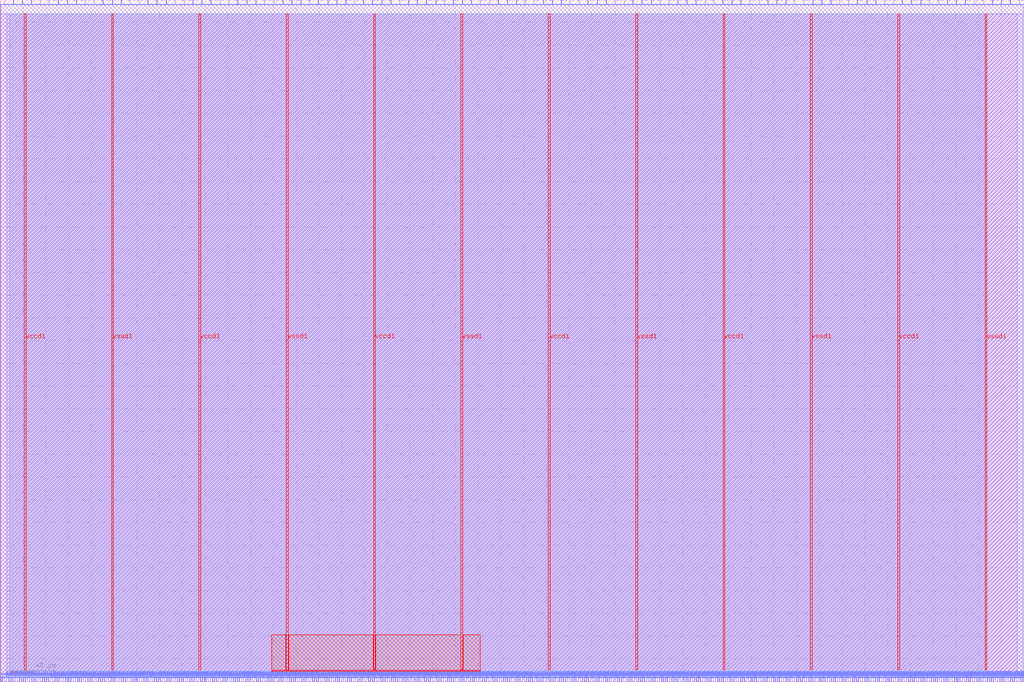
<source format=lef>
VERSION 5.7 ;
  NOWIREEXTENSIONATPIN ON ;
  DIVIDERCHAR "/" ;
  BUSBITCHARS "[]" ;
MACRO user_proj_example
  CLASS BLOCK ;
  FOREIGN user_proj_example ;
  ORIGIN 0.000 0.000 ;
  SIZE 900.000 BY 600.000 ;
  PIN io_in[0]
    DIRECTION INPUT ;
    USE SIGNAL ;
    PORT
      LAYER met2 ;
        RECT 3.770 596.000 4.050 600.000 ;
    END
  END io_in[0]
  PIN io_in[10]
    DIRECTION INPUT ;
    USE SIGNAL ;
    PORT
      LAYER met2 ;
        RECT 240.670 596.000 240.950 600.000 ;
    END
  END io_in[10]
  PIN io_in[11]
    DIRECTION INPUT ;
    USE SIGNAL ;
    PORT
      LAYER met2 ;
        RECT 264.130 596.000 264.410 600.000 ;
    END
  END io_in[11]
  PIN io_in[12]
    DIRECTION INPUT ;
    USE SIGNAL ;
    PORT
      LAYER met2 ;
        RECT 288.050 596.000 288.330 600.000 ;
    END
  END io_in[12]
  PIN io_in[13]
    DIRECTION INPUT ;
    USE SIGNAL ;
    PORT
      LAYER met2 ;
        RECT 311.510 596.000 311.790 600.000 ;
    END
  END io_in[13]
  PIN io_in[14]
    DIRECTION INPUT ;
    USE SIGNAL ;
    PORT
      LAYER met2 ;
        RECT 335.430 596.000 335.710 600.000 ;
    END
  END io_in[14]
  PIN io_in[15]
    DIRECTION INPUT ;
    USE SIGNAL ;
    PORT
      LAYER met2 ;
        RECT 358.890 596.000 359.170 600.000 ;
    END
  END io_in[15]
  PIN io_in[16]
    DIRECTION INPUT ;
    USE SIGNAL ;
    PORT
      LAYER met2 ;
        RECT 382.810 596.000 383.090 600.000 ;
    END
  END io_in[16]
  PIN io_in[17]
    DIRECTION INPUT ;
    USE SIGNAL ;
    PORT
      LAYER met2 ;
        RECT 406.270 596.000 406.550 600.000 ;
    END
  END io_in[17]
  PIN io_in[18]
    DIRECTION INPUT ;
    USE SIGNAL ;
    PORT
      LAYER met2 ;
        RECT 430.190 596.000 430.470 600.000 ;
    END
  END io_in[18]
  PIN io_in[19]
    DIRECTION INPUT ;
    USE SIGNAL ;
    PORT
      LAYER met2 ;
        RECT 453.650 596.000 453.930 600.000 ;
    END
  END io_in[19]
  PIN io_in[1]
    DIRECTION INPUT ;
    USE SIGNAL ;
    PORT
      LAYER met2 ;
        RECT 27.230 596.000 27.510 600.000 ;
    END
  END io_in[1]
  PIN io_in[20]
    DIRECTION INPUT ;
    USE SIGNAL ;
    PORT
      LAYER met2 ;
        RECT 477.570 596.000 477.850 600.000 ;
    END
  END io_in[20]
  PIN io_in[21]
    DIRECTION INPUT ;
    USE SIGNAL ;
    PORT
      LAYER met2 ;
        RECT 501.030 596.000 501.310 600.000 ;
    END
  END io_in[21]
  PIN io_in[22]
    DIRECTION INPUT ;
    USE SIGNAL ;
    PORT
      LAYER met2 ;
        RECT 524.950 596.000 525.230 600.000 ;
    END
  END io_in[22]
  PIN io_in[23]
    DIRECTION INPUT ;
    USE SIGNAL ;
    PORT
      LAYER met2 ;
        RECT 548.410 596.000 548.690 600.000 ;
    END
  END io_in[23]
  PIN io_in[24]
    DIRECTION INPUT ;
    USE SIGNAL ;
    PORT
      LAYER met2 ;
        RECT 572.330 596.000 572.610 600.000 ;
    END
  END io_in[24]
  PIN io_in[25]
    DIRECTION INPUT ;
    USE SIGNAL ;
    PORT
      LAYER met2 ;
        RECT 595.790 596.000 596.070 600.000 ;
    END
  END io_in[25]
  PIN io_in[26]
    DIRECTION INPUT ;
    USE SIGNAL ;
    PORT
      LAYER met2 ;
        RECT 619.710 596.000 619.990 600.000 ;
    END
  END io_in[26]
  PIN io_in[27]
    DIRECTION INPUT ;
    USE SIGNAL ;
    PORT
      LAYER met2 ;
        RECT 643.170 596.000 643.450 600.000 ;
    END
  END io_in[27]
  PIN io_in[28]
    DIRECTION INPUT ;
    USE SIGNAL ;
    PORT
      LAYER met2 ;
        RECT 667.090 596.000 667.370 600.000 ;
    END
  END io_in[28]
  PIN io_in[29]
    DIRECTION INPUT ;
    USE SIGNAL ;
    PORT
      LAYER met2 ;
        RECT 690.550 596.000 690.830 600.000 ;
    END
  END io_in[29]
  PIN io_in[2]
    DIRECTION INPUT ;
    USE SIGNAL ;
    PORT
      LAYER met2 ;
        RECT 51.150 596.000 51.430 600.000 ;
    END
  END io_in[2]
  PIN io_in[30]
    DIRECTION INPUT ;
    USE SIGNAL ;
    PORT
      LAYER met2 ;
        RECT 714.470 596.000 714.750 600.000 ;
    END
  END io_in[30]
  PIN io_in[31]
    DIRECTION INPUT ;
    USE SIGNAL ;
    PORT
      LAYER met2 ;
        RECT 737.930 596.000 738.210 600.000 ;
    END
  END io_in[31]
  PIN io_in[32]
    DIRECTION INPUT ;
    USE SIGNAL ;
    PORT
      LAYER met2 ;
        RECT 761.850 596.000 762.130 600.000 ;
    END
  END io_in[32]
  PIN io_in[33]
    DIRECTION INPUT ;
    USE SIGNAL ;
    PORT
      LAYER met2 ;
        RECT 785.310 596.000 785.590 600.000 ;
    END
  END io_in[33]
  PIN io_in[34]
    DIRECTION INPUT ;
    USE SIGNAL ;
    PORT
      LAYER met2 ;
        RECT 809.230 596.000 809.510 600.000 ;
    END
  END io_in[34]
  PIN io_in[35]
    DIRECTION INPUT ;
    USE SIGNAL ;
    PORT
      LAYER met2 ;
        RECT 832.690 596.000 832.970 600.000 ;
    END
  END io_in[35]
  PIN io_in[36]
    DIRECTION INPUT ;
    USE SIGNAL ;
    PORT
      LAYER met2 ;
        RECT 856.610 596.000 856.890 600.000 ;
    END
  END io_in[36]
  PIN io_in[37]
    DIRECTION INPUT ;
    USE SIGNAL ;
    PORT
      LAYER met2 ;
        RECT 880.070 596.000 880.350 600.000 ;
    END
  END io_in[37]
  PIN io_in[3]
    DIRECTION INPUT ;
    USE SIGNAL ;
    PORT
      LAYER met2 ;
        RECT 74.610 596.000 74.890 600.000 ;
    END
  END io_in[3]
  PIN io_in[4]
    DIRECTION INPUT ;
    USE SIGNAL ;
    PORT
      LAYER met2 ;
        RECT 98.530 596.000 98.810 600.000 ;
    END
  END io_in[4]
  PIN io_in[5]
    DIRECTION INPUT ;
    USE SIGNAL ;
    PORT
      LAYER met2 ;
        RECT 121.990 596.000 122.270 600.000 ;
    END
  END io_in[5]
  PIN io_in[6]
    DIRECTION INPUT ;
    USE SIGNAL ;
    PORT
      LAYER met2 ;
        RECT 145.910 596.000 146.190 600.000 ;
    END
  END io_in[6]
  PIN io_in[7]
    DIRECTION INPUT ;
    USE SIGNAL ;
    PORT
      LAYER met2 ;
        RECT 169.370 596.000 169.650 600.000 ;
    END
  END io_in[7]
  PIN io_in[8]
    DIRECTION INPUT ;
    USE SIGNAL ;
    PORT
      LAYER met2 ;
        RECT 193.290 596.000 193.570 600.000 ;
    END
  END io_in[8]
  PIN io_in[9]
    DIRECTION INPUT ;
    USE SIGNAL ;
    PORT
      LAYER met2 ;
        RECT 216.750 596.000 217.030 600.000 ;
    END
  END io_in[9]
  PIN io_oeb[0]
    DIRECTION OUTPUT TRISTATE ;
    USE SIGNAL ;
    PORT
      LAYER met2 ;
        RECT 11.590 596.000 11.870 600.000 ;
    END
  END io_oeb[0]
  PIN io_oeb[10]
    DIRECTION OUTPUT TRISTATE ;
    USE SIGNAL ;
    PORT
      LAYER met2 ;
        RECT 248.490 596.000 248.770 600.000 ;
    END
  END io_oeb[10]
  PIN io_oeb[11]
    DIRECTION OUTPUT TRISTATE ;
    USE SIGNAL ;
    PORT
      LAYER met2 ;
        RECT 271.950 596.000 272.230 600.000 ;
    END
  END io_oeb[11]
  PIN io_oeb[12]
    DIRECTION OUTPUT TRISTATE ;
    USE SIGNAL ;
    PORT
      LAYER met2 ;
        RECT 295.870 596.000 296.150 600.000 ;
    END
  END io_oeb[12]
  PIN io_oeb[13]
    DIRECTION OUTPUT TRISTATE ;
    USE SIGNAL ;
    PORT
      LAYER met2 ;
        RECT 319.330 596.000 319.610 600.000 ;
    END
  END io_oeb[13]
  PIN io_oeb[14]
    DIRECTION OUTPUT TRISTATE ;
    USE SIGNAL ;
    PORT
      LAYER met2 ;
        RECT 343.250 596.000 343.530 600.000 ;
    END
  END io_oeb[14]
  PIN io_oeb[15]
    DIRECTION OUTPUT TRISTATE ;
    USE SIGNAL ;
    PORT
      LAYER met2 ;
        RECT 366.710 596.000 366.990 600.000 ;
    END
  END io_oeb[15]
  PIN io_oeb[16]
    DIRECTION OUTPUT TRISTATE ;
    USE SIGNAL ;
    PORT
      LAYER met2 ;
        RECT 390.630 596.000 390.910 600.000 ;
    END
  END io_oeb[16]
  PIN io_oeb[17]
    DIRECTION OUTPUT TRISTATE ;
    USE SIGNAL ;
    PORT
      LAYER met2 ;
        RECT 414.090 596.000 414.370 600.000 ;
    END
  END io_oeb[17]
  PIN io_oeb[18]
    DIRECTION OUTPUT TRISTATE ;
    USE SIGNAL ;
    PORT
      LAYER met2 ;
        RECT 438.010 596.000 438.290 600.000 ;
    END
  END io_oeb[18]
  PIN io_oeb[19]
    DIRECTION OUTPUT TRISTATE ;
    USE SIGNAL ;
    PORT
      LAYER met2 ;
        RECT 461.470 596.000 461.750 600.000 ;
    END
  END io_oeb[19]
  PIN io_oeb[1]
    DIRECTION OUTPUT TRISTATE ;
    USE SIGNAL ;
    PORT
      LAYER met2 ;
        RECT 35.050 596.000 35.330 600.000 ;
    END
  END io_oeb[1]
  PIN io_oeb[20]
    DIRECTION OUTPUT TRISTATE ;
    USE SIGNAL ;
    PORT
      LAYER met2 ;
        RECT 485.390 596.000 485.670 600.000 ;
    END
  END io_oeb[20]
  PIN io_oeb[21]
    DIRECTION OUTPUT TRISTATE ;
    USE SIGNAL ;
    PORT
      LAYER met2 ;
        RECT 508.850 596.000 509.130 600.000 ;
    END
  END io_oeb[21]
  PIN io_oeb[22]
    DIRECTION OUTPUT TRISTATE ;
    USE SIGNAL ;
    PORT
      LAYER met2 ;
        RECT 532.770 596.000 533.050 600.000 ;
    END
  END io_oeb[22]
  PIN io_oeb[23]
    DIRECTION OUTPUT TRISTATE ;
    USE SIGNAL ;
    PORT
      LAYER met2 ;
        RECT 556.230 596.000 556.510 600.000 ;
    END
  END io_oeb[23]
  PIN io_oeb[24]
    DIRECTION OUTPUT TRISTATE ;
    USE SIGNAL ;
    PORT
      LAYER met2 ;
        RECT 580.150 596.000 580.430 600.000 ;
    END
  END io_oeb[24]
  PIN io_oeb[25]
    DIRECTION OUTPUT TRISTATE ;
    USE SIGNAL ;
    PORT
      LAYER met2 ;
        RECT 603.610 596.000 603.890 600.000 ;
    END
  END io_oeb[25]
  PIN io_oeb[26]
    DIRECTION OUTPUT TRISTATE ;
    USE SIGNAL ;
    PORT
      LAYER met2 ;
        RECT 627.530 596.000 627.810 600.000 ;
    END
  END io_oeb[26]
  PIN io_oeb[27]
    DIRECTION OUTPUT TRISTATE ;
    USE SIGNAL ;
    PORT
      LAYER met2 ;
        RECT 650.990 596.000 651.270 600.000 ;
    END
  END io_oeb[27]
  PIN io_oeb[28]
    DIRECTION OUTPUT TRISTATE ;
    USE SIGNAL ;
    PORT
      LAYER met2 ;
        RECT 674.910 596.000 675.190 600.000 ;
    END
  END io_oeb[28]
  PIN io_oeb[29]
    DIRECTION OUTPUT TRISTATE ;
    USE SIGNAL ;
    PORT
      LAYER met2 ;
        RECT 698.370 596.000 698.650 600.000 ;
    END
  END io_oeb[29]
  PIN io_oeb[2]
    DIRECTION OUTPUT TRISTATE ;
    USE SIGNAL ;
    PORT
      LAYER met2 ;
        RECT 58.970 596.000 59.250 600.000 ;
    END
  END io_oeb[2]
  PIN io_oeb[30]
    DIRECTION OUTPUT TRISTATE ;
    USE SIGNAL ;
    PORT
      LAYER met2 ;
        RECT 722.290 596.000 722.570 600.000 ;
    END
  END io_oeb[30]
  PIN io_oeb[31]
    DIRECTION OUTPUT TRISTATE ;
    USE SIGNAL ;
    PORT
      LAYER met2 ;
        RECT 745.750 596.000 746.030 600.000 ;
    END
  END io_oeb[31]
  PIN io_oeb[32]
    DIRECTION OUTPUT TRISTATE ;
    USE SIGNAL ;
    PORT
      LAYER met2 ;
        RECT 769.670 596.000 769.950 600.000 ;
    END
  END io_oeb[32]
  PIN io_oeb[33]
    DIRECTION OUTPUT TRISTATE ;
    USE SIGNAL ;
    PORT
      LAYER met2 ;
        RECT 793.130 596.000 793.410 600.000 ;
    END
  END io_oeb[33]
  PIN io_oeb[34]
    DIRECTION OUTPUT TRISTATE ;
    USE SIGNAL ;
    PORT
      LAYER met2 ;
        RECT 817.050 596.000 817.330 600.000 ;
    END
  END io_oeb[34]
  PIN io_oeb[35]
    DIRECTION OUTPUT TRISTATE ;
    USE SIGNAL ;
    PORT
      LAYER met2 ;
        RECT 840.510 596.000 840.790 600.000 ;
    END
  END io_oeb[35]
  PIN io_oeb[36]
    DIRECTION OUTPUT TRISTATE ;
    USE SIGNAL ;
    PORT
      LAYER met2 ;
        RECT 864.430 596.000 864.710 600.000 ;
    END
  END io_oeb[36]
  PIN io_oeb[37]
    DIRECTION OUTPUT TRISTATE ;
    USE SIGNAL ;
    PORT
      LAYER met2 ;
        RECT 887.890 596.000 888.170 600.000 ;
    END
  END io_oeb[37]
  PIN io_oeb[3]
    DIRECTION OUTPUT TRISTATE ;
    USE SIGNAL ;
    PORT
      LAYER met2 ;
        RECT 82.430 596.000 82.710 600.000 ;
    END
  END io_oeb[3]
  PIN io_oeb[4]
    DIRECTION OUTPUT TRISTATE ;
    USE SIGNAL ;
    PORT
      LAYER met2 ;
        RECT 106.350 596.000 106.630 600.000 ;
    END
  END io_oeb[4]
  PIN io_oeb[5]
    DIRECTION OUTPUT TRISTATE ;
    USE SIGNAL ;
    PORT
      LAYER met2 ;
        RECT 129.810 596.000 130.090 600.000 ;
    END
  END io_oeb[5]
  PIN io_oeb[6]
    DIRECTION OUTPUT TRISTATE ;
    USE SIGNAL ;
    PORT
      LAYER met2 ;
        RECT 153.730 596.000 154.010 600.000 ;
    END
  END io_oeb[6]
  PIN io_oeb[7]
    DIRECTION OUTPUT TRISTATE ;
    USE SIGNAL ;
    PORT
      LAYER met2 ;
        RECT 177.190 596.000 177.470 600.000 ;
    END
  END io_oeb[7]
  PIN io_oeb[8]
    DIRECTION OUTPUT TRISTATE ;
    USE SIGNAL ;
    PORT
      LAYER met2 ;
        RECT 201.110 596.000 201.390 600.000 ;
    END
  END io_oeb[8]
  PIN io_oeb[9]
    DIRECTION OUTPUT TRISTATE ;
    USE SIGNAL ;
    PORT
      LAYER met2 ;
        RECT 224.570 596.000 224.850 600.000 ;
    END
  END io_oeb[9]
  PIN io_out[0]
    DIRECTION OUTPUT TRISTATE ;
    USE SIGNAL ;
    PORT
      LAYER met2 ;
        RECT 19.410 596.000 19.690 600.000 ;
    END
  END io_out[0]
  PIN io_out[10]
    DIRECTION OUTPUT TRISTATE ;
    USE SIGNAL ;
    PORT
      LAYER met2 ;
        RECT 256.310 596.000 256.590 600.000 ;
    END
  END io_out[10]
  PIN io_out[11]
    DIRECTION OUTPUT TRISTATE ;
    USE SIGNAL ;
    PORT
      LAYER met2 ;
        RECT 279.770 596.000 280.050 600.000 ;
    END
  END io_out[11]
  PIN io_out[12]
    DIRECTION OUTPUT TRISTATE ;
    USE SIGNAL ;
    PORT
      LAYER met2 ;
        RECT 303.690 596.000 303.970 600.000 ;
    END
  END io_out[12]
  PIN io_out[13]
    DIRECTION OUTPUT TRISTATE ;
    USE SIGNAL ;
    PORT
      LAYER met2 ;
        RECT 327.150 596.000 327.430 600.000 ;
    END
  END io_out[13]
  PIN io_out[14]
    DIRECTION OUTPUT TRISTATE ;
    USE SIGNAL ;
    PORT
      LAYER met2 ;
        RECT 351.070 596.000 351.350 600.000 ;
    END
  END io_out[14]
  PIN io_out[15]
    DIRECTION OUTPUT TRISTATE ;
    USE SIGNAL ;
    PORT
      LAYER met2 ;
        RECT 374.530 596.000 374.810 600.000 ;
    END
  END io_out[15]
  PIN io_out[16]
    DIRECTION OUTPUT TRISTATE ;
    USE SIGNAL ;
    PORT
      LAYER met2 ;
        RECT 398.450 596.000 398.730 600.000 ;
    END
  END io_out[16]
  PIN io_out[17]
    DIRECTION OUTPUT TRISTATE ;
    USE SIGNAL ;
    PORT
      LAYER met2 ;
        RECT 421.910 596.000 422.190 600.000 ;
    END
  END io_out[17]
  PIN io_out[18]
    DIRECTION OUTPUT TRISTATE ;
    USE SIGNAL ;
    PORT
      LAYER met2 ;
        RECT 445.830 596.000 446.110 600.000 ;
    END
  END io_out[18]
  PIN io_out[19]
    DIRECTION OUTPUT TRISTATE ;
    USE SIGNAL ;
    PORT
      LAYER met2 ;
        RECT 469.290 596.000 469.570 600.000 ;
    END
  END io_out[19]
  PIN io_out[1]
    DIRECTION OUTPUT TRISTATE ;
    USE SIGNAL ;
    PORT
      LAYER met2 ;
        RECT 42.870 596.000 43.150 600.000 ;
    END
  END io_out[1]
  PIN io_out[20]
    DIRECTION OUTPUT TRISTATE ;
    USE SIGNAL ;
    PORT
      LAYER met2 ;
        RECT 493.210 596.000 493.490 600.000 ;
    END
  END io_out[20]
  PIN io_out[21]
    DIRECTION OUTPUT TRISTATE ;
    USE SIGNAL ;
    PORT
      LAYER met2 ;
        RECT 516.670 596.000 516.950 600.000 ;
    END
  END io_out[21]
  PIN io_out[22]
    DIRECTION OUTPUT TRISTATE ;
    USE SIGNAL ;
    PORT
      LAYER met2 ;
        RECT 540.590 596.000 540.870 600.000 ;
    END
  END io_out[22]
  PIN io_out[23]
    DIRECTION OUTPUT TRISTATE ;
    USE SIGNAL ;
    PORT
      LAYER met2 ;
        RECT 564.050 596.000 564.330 600.000 ;
    END
  END io_out[23]
  PIN io_out[24]
    DIRECTION OUTPUT TRISTATE ;
    USE SIGNAL ;
    PORT
      LAYER met2 ;
        RECT 587.970 596.000 588.250 600.000 ;
    END
  END io_out[24]
  PIN io_out[25]
    DIRECTION OUTPUT TRISTATE ;
    USE SIGNAL ;
    PORT
      LAYER met2 ;
        RECT 611.430 596.000 611.710 600.000 ;
    END
  END io_out[25]
  PIN io_out[26]
    DIRECTION OUTPUT TRISTATE ;
    USE SIGNAL ;
    PORT
      LAYER met2 ;
        RECT 635.350 596.000 635.630 600.000 ;
    END
  END io_out[26]
  PIN io_out[27]
    DIRECTION OUTPUT TRISTATE ;
    USE SIGNAL ;
    PORT
      LAYER met2 ;
        RECT 658.810 596.000 659.090 600.000 ;
    END
  END io_out[27]
  PIN io_out[28]
    DIRECTION OUTPUT TRISTATE ;
    USE SIGNAL ;
    PORT
      LAYER met2 ;
        RECT 682.730 596.000 683.010 600.000 ;
    END
  END io_out[28]
  PIN io_out[29]
    DIRECTION OUTPUT TRISTATE ;
    USE SIGNAL ;
    PORT
      LAYER met2 ;
        RECT 706.190 596.000 706.470 600.000 ;
    END
  END io_out[29]
  PIN io_out[2]
    DIRECTION OUTPUT TRISTATE ;
    USE SIGNAL ;
    PORT
      LAYER met2 ;
        RECT 66.790 596.000 67.070 600.000 ;
    END
  END io_out[2]
  PIN io_out[30]
    DIRECTION OUTPUT TRISTATE ;
    USE SIGNAL ;
    PORT
      LAYER met2 ;
        RECT 730.110 596.000 730.390 600.000 ;
    END
  END io_out[30]
  PIN io_out[31]
    DIRECTION OUTPUT TRISTATE ;
    USE SIGNAL ;
    PORT
      LAYER met2 ;
        RECT 753.570 596.000 753.850 600.000 ;
    END
  END io_out[31]
  PIN io_out[32]
    DIRECTION OUTPUT TRISTATE ;
    USE SIGNAL ;
    PORT
      LAYER met2 ;
        RECT 777.490 596.000 777.770 600.000 ;
    END
  END io_out[32]
  PIN io_out[33]
    DIRECTION OUTPUT TRISTATE ;
    USE SIGNAL ;
    PORT
      LAYER met2 ;
        RECT 800.950 596.000 801.230 600.000 ;
    END
  END io_out[33]
  PIN io_out[34]
    DIRECTION OUTPUT TRISTATE ;
    USE SIGNAL ;
    PORT
      LAYER met2 ;
        RECT 824.870 596.000 825.150 600.000 ;
    END
  END io_out[34]
  PIN io_out[35]
    DIRECTION OUTPUT TRISTATE ;
    USE SIGNAL ;
    PORT
      LAYER met2 ;
        RECT 848.330 596.000 848.610 600.000 ;
    END
  END io_out[35]
  PIN io_out[36]
    DIRECTION OUTPUT TRISTATE ;
    USE SIGNAL ;
    PORT
      LAYER met2 ;
        RECT 872.250 596.000 872.530 600.000 ;
    END
  END io_out[36]
  PIN io_out[37]
    DIRECTION OUTPUT TRISTATE ;
    USE SIGNAL ;
    PORT
      LAYER met2 ;
        RECT 895.710 596.000 895.990 600.000 ;
    END
  END io_out[37]
  PIN io_out[3]
    DIRECTION OUTPUT TRISTATE ;
    USE SIGNAL ;
    PORT
      LAYER met2 ;
        RECT 90.250 596.000 90.530 600.000 ;
    END
  END io_out[3]
  PIN io_out[4]
    DIRECTION OUTPUT TRISTATE ;
    USE SIGNAL ;
    PORT
      LAYER met2 ;
        RECT 114.170 596.000 114.450 600.000 ;
    END
  END io_out[4]
  PIN io_out[5]
    DIRECTION OUTPUT TRISTATE ;
    USE SIGNAL ;
    PORT
      LAYER met2 ;
        RECT 137.630 596.000 137.910 600.000 ;
    END
  END io_out[5]
  PIN io_out[6]
    DIRECTION OUTPUT TRISTATE ;
    USE SIGNAL ;
    PORT
      LAYER met2 ;
        RECT 161.550 596.000 161.830 600.000 ;
    END
  END io_out[6]
  PIN io_out[7]
    DIRECTION OUTPUT TRISTATE ;
    USE SIGNAL ;
    PORT
      LAYER met2 ;
        RECT 185.010 596.000 185.290 600.000 ;
    END
  END io_out[7]
  PIN io_out[8]
    DIRECTION OUTPUT TRISTATE ;
    USE SIGNAL ;
    PORT
      LAYER met2 ;
        RECT 208.930 596.000 209.210 600.000 ;
    END
  END io_out[8]
  PIN io_out[9]
    DIRECTION OUTPUT TRISTATE ;
    USE SIGNAL ;
    PORT
      LAYER met2 ;
        RECT 232.390 596.000 232.670 600.000 ;
    END
  END io_out[9]
  PIN irq[0]
    DIRECTION OUTPUT TRISTATE ;
    USE SIGNAL ;
    PORT
      LAYER met2 ;
        RECT 895.250 0.000 895.530 4.000 ;
    END
  END irq[0]
  PIN irq[1]
    DIRECTION OUTPUT TRISTATE ;
    USE SIGNAL ;
    PORT
      LAYER met2 ;
        RECT 897.090 0.000 897.370 4.000 ;
    END
  END irq[1]
  PIN irq[2]
    DIRECTION OUTPUT TRISTATE ;
    USE SIGNAL ;
    PORT
      LAYER met2 ;
        RECT 898.930 0.000 899.210 4.000 ;
    END
  END irq[2]
  PIN la_data_in[0]
    DIRECTION INPUT ;
    USE SIGNAL ;
    PORT
      LAYER met2 ;
        RECT 193.750 0.000 194.030 4.000 ;
    END
  END la_data_in[0]
  PIN la_data_in[100]
    DIRECTION INPUT ;
    USE SIGNAL ;
    PORT
      LAYER met2 ;
        RECT 741.610 0.000 741.890 4.000 ;
    END
  END la_data_in[100]
  PIN la_data_in[101]
    DIRECTION INPUT ;
    USE SIGNAL ;
    PORT
      LAYER met2 ;
        RECT 747.130 0.000 747.410 4.000 ;
    END
  END la_data_in[101]
  PIN la_data_in[102]
    DIRECTION INPUT ;
    USE SIGNAL ;
    PORT
      LAYER met2 ;
        RECT 752.650 0.000 752.930 4.000 ;
    END
  END la_data_in[102]
  PIN la_data_in[103]
    DIRECTION INPUT ;
    USE SIGNAL ;
    PORT
      LAYER met2 ;
        RECT 758.170 0.000 758.450 4.000 ;
    END
  END la_data_in[103]
  PIN la_data_in[104]
    DIRECTION INPUT ;
    USE SIGNAL ;
    PORT
      LAYER met2 ;
        RECT 763.690 0.000 763.970 4.000 ;
    END
  END la_data_in[104]
  PIN la_data_in[105]
    DIRECTION INPUT ;
    USE SIGNAL ;
    PORT
      LAYER met2 ;
        RECT 769.210 0.000 769.490 4.000 ;
    END
  END la_data_in[105]
  PIN la_data_in[106]
    DIRECTION INPUT ;
    USE SIGNAL ;
    PORT
      LAYER met2 ;
        RECT 774.730 0.000 775.010 4.000 ;
    END
  END la_data_in[106]
  PIN la_data_in[107]
    DIRECTION INPUT ;
    USE SIGNAL ;
    PORT
      LAYER met2 ;
        RECT 780.250 0.000 780.530 4.000 ;
    END
  END la_data_in[107]
  PIN la_data_in[108]
    DIRECTION INPUT ;
    USE SIGNAL ;
    PORT
      LAYER met2 ;
        RECT 785.310 0.000 785.590 4.000 ;
    END
  END la_data_in[108]
  PIN la_data_in[109]
    DIRECTION INPUT ;
    USE SIGNAL ;
    PORT
      LAYER met2 ;
        RECT 790.830 0.000 791.110 4.000 ;
    END
  END la_data_in[109]
  PIN la_data_in[10]
    DIRECTION INPUT ;
    USE SIGNAL ;
    PORT
      LAYER met2 ;
        RECT 248.490 0.000 248.770 4.000 ;
    END
  END la_data_in[10]
  PIN la_data_in[110]
    DIRECTION INPUT ;
    USE SIGNAL ;
    PORT
      LAYER met2 ;
        RECT 796.350 0.000 796.630 4.000 ;
    END
  END la_data_in[110]
  PIN la_data_in[111]
    DIRECTION INPUT ;
    USE SIGNAL ;
    PORT
      LAYER met2 ;
        RECT 801.870 0.000 802.150 4.000 ;
    END
  END la_data_in[111]
  PIN la_data_in[112]
    DIRECTION INPUT ;
    USE SIGNAL ;
    PORT
      LAYER met2 ;
        RECT 807.390 0.000 807.670 4.000 ;
    END
  END la_data_in[112]
  PIN la_data_in[113]
    DIRECTION INPUT ;
    USE SIGNAL ;
    PORT
      LAYER met2 ;
        RECT 812.910 0.000 813.190 4.000 ;
    END
  END la_data_in[113]
  PIN la_data_in[114]
    DIRECTION INPUT ;
    USE SIGNAL ;
    PORT
      LAYER met2 ;
        RECT 818.430 0.000 818.710 4.000 ;
    END
  END la_data_in[114]
  PIN la_data_in[115]
    DIRECTION INPUT ;
    USE SIGNAL ;
    PORT
      LAYER met2 ;
        RECT 823.950 0.000 824.230 4.000 ;
    END
  END la_data_in[115]
  PIN la_data_in[116]
    DIRECTION INPUT ;
    USE SIGNAL ;
    PORT
      LAYER met2 ;
        RECT 829.470 0.000 829.750 4.000 ;
    END
  END la_data_in[116]
  PIN la_data_in[117]
    DIRECTION INPUT ;
    USE SIGNAL ;
    PORT
      LAYER met2 ;
        RECT 834.990 0.000 835.270 4.000 ;
    END
  END la_data_in[117]
  PIN la_data_in[118]
    DIRECTION INPUT ;
    USE SIGNAL ;
    PORT
      LAYER met2 ;
        RECT 840.510 0.000 840.790 4.000 ;
    END
  END la_data_in[118]
  PIN la_data_in[119]
    DIRECTION INPUT ;
    USE SIGNAL ;
    PORT
      LAYER met2 ;
        RECT 845.570 0.000 845.850 4.000 ;
    END
  END la_data_in[119]
  PIN la_data_in[11]
    DIRECTION INPUT ;
    USE SIGNAL ;
    PORT
      LAYER met2 ;
        RECT 254.010 0.000 254.290 4.000 ;
    END
  END la_data_in[11]
  PIN la_data_in[120]
    DIRECTION INPUT ;
    USE SIGNAL ;
    PORT
      LAYER met2 ;
        RECT 851.090 0.000 851.370 4.000 ;
    END
  END la_data_in[120]
  PIN la_data_in[121]
    DIRECTION INPUT ;
    USE SIGNAL ;
    PORT
      LAYER met2 ;
        RECT 856.610 0.000 856.890 4.000 ;
    END
  END la_data_in[121]
  PIN la_data_in[122]
    DIRECTION INPUT ;
    USE SIGNAL ;
    PORT
      LAYER met2 ;
        RECT 862.130 0.000 862.410 4.000 ;
    END
  END la_data_in[122]
  PIN la_data_in[123]
    DIRECTION INPUT ;
    USE SIGNAL ;
    PORT
      LAYER met2 ;
        RECT 867.650 0.000 867.930 4.000 ;
    END
  END la_data_in[123]
  PIN la_data_in[124]
    DIRECTION INPUT ;
    USE SIGNAL ;
    PORT
      LAYER met2 ;
        RECT 873.170 0.000 873.450 4.000 ;
    END
  END la_data_in[124]
  PIN la_data_in[125]
    DIRECTION INPUT ;
    USE SIGNAL ;
    PORT
      LAYER met2 ;
        RECT 878.690 0.000 878.970 4.000 ;
    END
  END la_data_in[125]
  PIN la_data_in[126]
    DIRECTION INPUT ;
    USE SIGNAL ;
    PORT
      LAYER met2 ;
        RECT 884.210 0.000 884.490 4.000 ;
    END
  END la_data_in[126]
  PIN la_data_in[127]
    DIRECTION INPUT ;
    USE SIGNAL ;
    PORT
      LAYER met2 ;
        RECT 889.730 0.000 890.010 4.000 ;
    END
  END la_data_in[127]
  PIN la_data_in[12]
    DIRECTION INPUT ;
    USE SIGNAL ;
    PORT
      LAYER met2 ;
        RECT 259.530 0.000 259.810 4.000 ;
    END
  END la_data_in[12]
  PIN la_data_in[13]
    DIRECTION INPUT ;
    USE SIGNAL ;
    PORT
      LAYER met2 ;
        RECT 265.050 0.000 265.330 4.000 ;
    END
  END la_data_in[13]
  PIN la_data_in[14]
    DIRECTION INPUT ;
    USE SIGNAL ;
    PORT
      LAYER met2 ;
        RECT 270.570 0.000 270.850 4.000 ;
    END
  END la_data_in[14]
  PIN la_data_in[15]
    DIRECTION INPUT ;
    USE SIGNAL ;
    PORT
      LAYER met2 ;
        RECT 276.090 0.000 276.370 4.000 ;
    END
  END la_data_in[15]
  PIN la_data_in[16]
    DIRECTION INPUT ;
    USE SIGNAL ;
    PORT
      LAYER met2 ;
        RECT 281.610 0.000 281.890 4.000 ;
    END
  END la_data_in[16]
  PIN la_data_in[17]
    DIRECTION INPUT ;
    USE SIGNAL ;
    PORT
      LAYER met2 ;
        RECT 287.130 0.000 287.410 4.000 ;
    END
  END la_data_in[17]
  PIN la_data_in[18]
    DIRECTION INPUT ;
    USE SIGNAL ;
    PORT
      LAYER met2 ;
        RECT 292.650 0.000 292.930 4.000 ;
    END
  END la_data_in[18]
  PIN la_data_in[19]
    DIRECTION INPUT ;
    USE SIGNAL ;
    PORT
      LAYER met2 ;
        RECT 298.170 0.000 298.450 4.000 ;
    END
  END la_data_in[19]
  PIN la_data_in[1]
    DIRECTION INPUT ;
    USE SIGNAL ;
    PORT
      LAYER met2 ;
        RECT 199.270 0.000 199.550 4.000 ;
    END
  END la_data_in[1]
  PIN la_data_in[20]
    DIRECTION INPUT ;
    USE SIGNAL ;
    PORT
      LAYER met2 ;
        RECT 303.230 0.000 303.510 4.000 ;
    END
  END la_data_in[20]
  PIN la_data_in[21]
    DIRECTION INPUT ;
    USE SIGNAL ;
    PORT
      LAYER met2 ;
        RECT 308.750 0.000 309.030 4.000 ;
    END
  END la_data_in[21]
  PIN la_data_in[22]
    DIRECTION INPUT ;
    USE SIGNAL ;
    PORT
      LAYER met2 ;
        RECT 314.270 0.000 314.550 4.000 ;
    END
  END la_data_in[22]
  PIN la_data_in[23]
    DIRECTION INPUT ;
    USE SIGNAL ;
    PORT
      LAYER met2 ;
        RECT 319.790 0.000 320.070 4.000 ;
    END
  END la_data_in[23]
  PIN la_data_in[24]
    DIRECTION INPUT ;
    USE SIGNAL ;
    PORT
      LAYER met2 ;
        RECT 325.310 0.000 325.590 4.000 ;
    END
  END la_data_in[24]
  PIN la_data_in[25]
    DIRECTION INPUT ;
    USE SIGNAL ;
    PORT
      LAYER met2 ;
        RECT 330.830 0.000 331.110 4.000 ;
    END
  END la_data_in[25]
  PIN la_data_in[26]
    DIRECTION INPUT ;
    USE SIGNAL ;
    PORT
      LAYER met2 ;
        RECT 336.350 0.000 336.630 4.000 ;
    END
  END la_data_in[26]
  PIN la_data_in[27]
    DIRECTION INPUT ;
    USE SIGNAL ;
    PORT
      LAYER met2 ;
        RECT 341.870 0.000 342.150 4.000 ;
    END
  END la_data_in[27]
  PIN la_data_in[28]
    DIRECTION INPUT ;
    USE SIGNAL ;
    PORT
      LAYER met2 ;
        RECT 347.390 0.000 347.670 4.000 ;
    END
  END la_data_in[28]
  PIN la_data_in[29]
    DIRECTION INPUT ;
    USE SIGNAL ;
    PORT
      LAYER met2 ;
        RECT 352.910 0.000 353.190 4.000 ;
    END
  END la_data_in[29]
  PIN la_data_in[2]
    DIRECTION INPUT ;
    USE SIGNAL ;
    PORT
      LAYER met2 ;
        RECT 204.790 0.000 205.070 4.000 ;
    END
  END la_data_in[2]
  PIN la_data_in[30]
    DIRECTION INPUT ;
    USE SIGNAL ;
    PORT
      LAYER met2 ;
        RECT 358.430 0.000 358.710 4.000 ;
    END
  END la_data_in[30]
  PIN la_data_in[31]
    DIRECTION INPUT ;
    USE SIGNAL ;
    PORT
      LAYER met2 ;
        RECT 363.490 0.000 363.770 4.000 ;
    END
  END la_data_in[31]
  PIN la_data_in[32]
    DIRECTION INPUT ;
    USE SIGNAL ;
    PORT
      LAYER met2 ;
        RECT 369.010 0.000 369.290 4.000 ;
    END
  END la_data_in[32]
  PIN la_data_in[33]
    DIRECTION INPUT ;
    USE SIGNAL ;
    PORT
      LAYER met2 ;
        RECT 374.530 0.000 374.810 4.000 ;
    END
  END la_data_in[33]
  PIN la_data_in[34]
    DIRECTION INPUT ;
    USE SIGNAL ;
    PORT
      LAYER met2 ;
        RECT 380.050 0.000 380.330 4.000 ;
    END
  END la_data_in[34]
  PIN la_data_in[35]
    DIRECTION INPUT ;
    USE SIGNAL ;
    PORT
      LAYER met2 ;
        RECT 385.570 0.000 385.850 4.000 ;
    END
  END la_data_in[35]
  PIN la_data_in[36]
    DIRECTION INPUT ;
    USE SIGNAL ;
    PORT
      LAYER met2 ;
        RECT 391.090 0.000 391.370 4.000 ;
    END
  END la_data_in[36]
  PIN la_data_in[37]
    DIRECTION INPUT ;
    USE SIGNAL ;
    PORT
      LAYER met2 ;
        RECT 396.610 0.000 396.890 4.000 ;
    END
  END la_data_in[37]
  PIN la_data_in[38]
    DIRECTION INPUT ;
    USE SIGNAL ;
    PORT
      LAYER met2 ;
        RECT 402.130 0.000 402.410 4.000 ;
    END
  END la_data_in[38]
  PIN la_data_in[39]
    DIRECTION INPUT ;
    USE SIGNAL ;
    PORT
      LAYER met2 ;
        RECT 407.650 0.000 407.930 4.000 ;
    END
  END la_data_in[39]
  PIN la_data_in[3]
    DIRECTION INPUT ;
    USE SIGNAL ;
    PORT
      LAYER met2 ;
        RECT 210.310 0.000 210.590 4.000 ;
    END
  END la_data_in[3]
  PIN la_data_in[40]
    DIRECTION INPUT ;
    USE SIGNAL ;
    PORT
      LAYER met2 ;
        RECT 413.170 0.000 413.450 4.000 ;
    END
  END la_data_in[40]
  PIN la_data_in[41]
    DIRECTION INPUT ;
    USE SIGNAL ;
    PORT
      LAYER met2 ;
        RECT 418.690 0.000 418.970 4.000 ;
    END
  END la_data_in[41]
  PIN la_data_in[42]
    DIRECTION INPUT ;
    USE SIGNAL ;
    PORT
      LAYER met2 ;
        RECT 423.750 0.000 424.030 4.000 ;
    END
  END la_data_in[42]
  PIN la_data_in[43]
    DIRECTION INPUT ;
    USE SIGNAL ;
    PORT
      LAYER met2 ;
        RECT 429.270 0.000 429.550 4.000 ;
    END
  END la_data_in[43]
  PIN la_data_in[44]
    DIRECTION INPUT ;
    USE SIGNAL ;
    PORT
      LAYER met2 ;
        RECT 434.790 0.000 435.070 4.000 ;
    END
  END la_data_in[44]
  PIN la_data_in[45]
    DIRECTION INPUT ;
    USE SIGNAL ;
    PORT
      LAYER met2 ;
        RECT 440.310 0.000 440.590 4.000 ;
    END
  END la_data_in[45]
  PIN la_data_in[46]
    DIRECTION INPUT ;
    USE SIGNAL ;
    PORT
      LAYER met2 ;
        RECT 445.830 0.000 446.110 4.000 ;
    END
  END la_data_in[46]
  PIN la_data_in[47]
    DIRECTION INPUT ;
    USE SIGNAL ;
    PORT
      LAYER met2 ;
        RECT 451.350 0.000 451.630 4.000 ;
    END
  END la_data_in[47]
  PIN la_data_in[48]
    DIRECTION INPUT ;
    USE SIGNAL ;
    PORT
      LAYER met2 ;
        RECT 456.870 0.000 457.150 4.000 ;
    END
  END la_data_in[48]
  PIN la_data_in[49]
    DIRECTION INPUT ;
    USE SIGNAL ;
    PORT
      LAYER met2 ;
        RECT 462.390 0.000 462.670 4.000 ;
    END
  END la_data_in[49]
  PIN la_data_in[4]
    DIRECTION INPUT ;
    USE SIGNAL ;
    PORT
      LAYER met2 ;
        RECT 215.830 0.000 216.110 4.000 ;
    END
  END la_data_in[4]
  PIN la_data_in[50]
    DIRECTION INPUT ;
    USE SIGNAL ;
    PORT
      LAYER met2 ;
        RECT 467.910 0.000 468.190 4.000 ;
    END
  END la_data_in[50]
  PIN la_data_in[51]
    DIRECTION INPUT ;
    USE SIGNAL ;
    PORT
      LAYER met2 ;
        RECT 473.430 0.000 473.710 4.000 ;
    END
  END la_data_in[51]
  PIN la_data_in[52]
    DIRECTION INPUT ;
    USE SIGNAL ;
    PORT
      LAYER met2 ;
        RECT 478.950 0.000 479.230 4.000 ;
    END
  END la_data_in[52]
  PIN la_data_in[53]
    DIRECTION INPUT ;
    USE SIGNAL ;
    PORT
      LAYER met2 ;
        RECT 484.010 0.000 484.290 4.000 ;
    END
  END la_data_in[53]
  PIN la_data_in[54]
    DIRECTION INPUT ;
    USE SIGNAL ;
    PORT
      LAYER met2 ;
        RECT 489.530 0.000 489.810 4.000 ;
    END
  END la_data_in[54]
  PIN la_data_in[55]
    DIRECTION INPUT ;
    USE SIGNAL ;
    PORT
      LAYER met2 ;
        RECT 495.050 0.000 495.330 4.000 ;
    END
  END la_data_in[55]
  PIN la_data_in[56]
    DIRECTION INPUT ;
    USE SIGNAL ;
    PORT
      LAYER met2 ;
        RECT 500.570 0.000 500.850 4.000 ;
    END
  END la_data_in[56]
  PIN la_data_in[57]
    DIRECTION INPUT ;
    USE SIGNAL ;
    PORT
      LAYER met2 ;
        RECT 506.090 0.000 506.370 4.000 ;
    END
  END la_data_in[57]
  PIN la_data_in[58]
    DIRECTION INPUT ;
    USE SIGNAL ;
    PORT
      LAYER met2 ;
        RECT 511.610 0.000 511.890 4.000 ;
    END
  END la_data_in[58]
  PIN la_data_in[59]
    DIRECTION INPUT ;
    USE SIGNAL ;
    PORT
      LAYER met2 ;
        RECT 517.130 0.000 517.410 4.000 ;
    END
  END la_data_in[59]
  PIN la_data_in[5]
    DIRECTION INPUT ;
    USE SIGNAL ;
    PORT
      LAYER met2 ;
        RECT 221.350 0.000 221.630 4.000 ;
    END
  END la_data_in[5]
  PIN la_data_in[60]
    DIRECTION INPUT ;
    USE SIGNAL ;
    PORT
      LAYER met2 ;
        RECT 522.650 0.000 522.930 4.000 ;
    END
  END la_data_in[60]
  PIN la_data_in[61]
    DIRECTION INPUT ;
    USE SIGNAL ;
    PORT
      LAYER met2 ;
        RECT 528.170 0.000 528.450 4.000 ;
    END
  END la_data_in[61]
  PIN la_data_in[62]
    DIRECTION INPUT ;
    USE SIGNAL ;
    PORT
      LAYER met2 ;
        RECT 533.690 0.000 533.970 4.000 ;
    END
  END la_data_in[62]
  PIN la_data_in[63]
    DIRECTION INPUT ;
    USE SIGNAL ;
    PORT
      LAYER met2 ;
        RECT 539.210 0.000 539.490 4.000 ;
    END
  END la_data_in[63]
  PIN la_data_in[64]
    DIRECTION INPUT ;
    USE SIGNAL ;
    PORT
      LAYER met2 ;
        RECT 544.270 0.000 544.550 4.000 ;
    END
  END la_data_in[64]
  PIN la_data_in[65]
    DIRECTION INPUT ;
    USE SIGNAL ;
    PORT
      LAYER met2 ;
        RECT 549.790 0.000 550.070 4.000 ;
    END
  END la_data_in[65]
  PIN la_data_in[66]
    DIRECTION INPUT ;
    USE SIGNAL ;
    PORT
      LAYER met2 ;
        RECT 555.310 0.000 555.590 4.000 ;
    END
  END la_data_in[66]
  PIN la_data_in[67]
    DIRECTION INPUT ;
    USE SIGNAL ;
    PORT
      LAYER met2 ;
        RECT 560.830 0.000 561.110 4.000 ;
    END
  END la_data_in[67]
  PIN la_data_in[68]
    DIRECTION INPUT ;
    USE SIGNAL ;
    PORT
      LAYER met2 ;
        RECT 566.350 0.000 566.630 4.000 ;
    END
  END la_data_in[68]
  PIN la_data_in[69]
    DIRECTION INPUT ;
    USE SIGNAL ;
    PORT
      LAYER met2 ;
        RECT 571.870 0.000 572.150 4.000 ;
    END
  END la_data_in[69]
  PIN la_data_in[6]
    DIRECTION INPUT ;
    USE SIGNAL ;
    PORT
      LAYER met2 ;
        RECT 226.870 0.000 227.150 4.000 ;
    END
  END la_data_in[6]
  PIN la_data_in[70]
    DIRECTION INPUT ;
    USE SIGNAL ;
    PORT
      LAYER met2 ;
        RECT 577.390 0.000 577.670 4.000 ;
    END
  END la_data_in[70]
  PIN la_data_in[71]
    DIRECTION INPUT ;
    USE SIGNAL ;
    PORT
      LAYER met2 ;
        RECT 582.910 0.000 583.190 4.000 ;
    END
  END la_data_in[71]
  PIN la_data_in[72]
    DIRECTION INPUT ;
    USE SIGNAL ;
    PORT
      LAYER met2 ;
        RECT 588.430 0.000 588.710 4.000 ;
    END
  END la_data_in[72]
  PIN la_data_in[73]
    DIRECTION INPUT ;
    USE SIGNAL ;
    PORT
      LAYER met2 ;
        RECT 593.950 0.000 594.230 4.000 ;
    END
  END la_data_in[73]
  PIN la_data_in[74]
    DIRECTION INPUT ;
    USE SIGNAL ;
    PORT
      LAYER met2 ;
        RECT 599.470 0.000 599.750 4.000 ;
    END
  END la_data_in[74]
  PIN la_data_in[75]
    DIRECTION INPUT ;
    USE SIGNAL ;
    PORT
      LAYER met2 ;
        RECT 604.530 0.000 604.810 4.000 ;
    END
  END la_data_in[75]
  PIN la_data_in[76]
    DIRECTION INPUT ;
    USE SIGNAL ;
    PORT
      LAYER met2 ;
        RECT 610.050 0.000 610.330 4.000 ;
    END
  END la_data_in[76]
  PIN la_data_in[77]
    DIRECTION INPUT ;
    USE SIGNAL ;
    PORT
      LAYER met2 ;
        RECT 615.570 0.000 615.850 4.000 ;
    END
  END la_data_in[77]
  PIN la_data_in[78]
    DIRECTION INPUT ;
    USE SIGNAL ;
    PORT
      LAYER met2 ;
        RECT 621.090 0.000 621.370 4.000 ;
    END
  END la_data_in[78]
  PIN la_data_in[79]
    DIRECTION INPUT ;
    USE SIGNAL ;
    PORT
      LAYER met2 ;
        RECT 626.610 0.000 626.890 4.000 ;
    END
  END la_data_in[79]
  PIN la_data_in[7]
    DIRECTION INPUT ;
    USE SIGNAL ;
    PORT
      LAYER met2 ;
        RECT 232.390 0.000 232.670 4.000 ;
    END
  END la_data_in[7]
  PIN la_data_in[80]
    DIRECTION INPUT ;
    USE SIGNAL ;
    PORT
      LAYER met2 ;
        RECT 632.130 0.000 632.410 4.000 ;
    END
  END la_data_in[80]
  PIN la_data_in[81]
    DIRECTION INPUT ;
    USE SIGNAL ;
    PORT
      LAYER met2 ;
        RECT 637.650 0.000 637.930 4.000 ;
    END
  END la_data_in[81]
  PIN la_data_in[82]
    DIRECTION INPUT ;
    USE SIGNAL ;
    PORT
      LAYER met2 ;
        RECT 643.170 0.000 643.450 4.000 ;
    END
  END la_data_in[82]
  PIN la_data_in[83]
    DIRECTION INPUT ;
    USE SIGNAL ;
    PORT
      LAYER met2 ;
        RECT 648.690 0.000 648.970 4.000 ;
    END
  END la_data_in[83]
  PIN la_data_in[84]
    DIRECTION INPUT ;
    USE SIGNAL ;
    PORT
      LAYER met2 ;
        RECT 654.210 0.000 654.490 4.000 ;
    END
  END la_data_in[84]
  PIN la_data_in[85]
    DIRECTION INPUT ;
    USE SIGNAL ;
    PORT
      LAYER met2 ;
        RECT 659.730 0.000 660.010 4.000 ;
    END
  END la_data_in[85]
  PIN la_data_in[86]
    DIRECTION INPUT ;
    USE SIGNAL ;
    PORT
      LAYER met2 ;
        RECT 664.790 0.000 665.070 4.000 ;
    END
  END la_data_in[86]
  PIN la_data_in[87]
    DIRECTION INPUT ;
    USE SIGNAL ;
    PORT
      LAYER met2 ;
        RECT 670.310 0.000 670.590 4.000 ;
    END
  END la_data_in[87]
  PIN la_data_in[88]
    DIRECTION INPUT ;
    USE SIGNAL ;
    PORT
      LAYER met2 ;
        RECT 675.830 0.000 676.110 4.000 ;
    END
  END la_data_in[88]
  PIN la_data_in[89]
    DIRECTION INPUT ;
    USE SIGNAL ;
    PORT
      LAYER met2 ;
        RECT 681.350 0.000 681.630 4.000 ;
    END
  END la_data_in[89]
  PIN la_data_in[8]
    DIRECTION INPUT ;
    USE SIGNAL ;
    PORT
      LAYER met2 ;
        RECT 237.910 0.000 238.190 4.000 ;
    END
  END la_data_in[8]
  PIN la_data_in[90]
    DIRECTION INPUT ;
    USE SIGNAL ;
    PORT
      LAYER met2 ;
        RECT 686.870 0.000 687.150 4.000 ;
    END
  END la_data_in[90]
  PIN la_data_in[91]
    DIRECTION INPUT ;
    USE SIGNAL ;
    PORT
      LAYER met2 ;
        RECT 692.390 0.000 692.670 4.000 ;
    END
  END la_data_in[91]
  PIN la_data_in[92]
    DIRECTION INPUT ;
    USE SIGNAL ;
    PORT
      LAYER met2 ;
        RECT 697.910 0.000 698.190 4.000 ;
    END
  END la_data_in[92]
  PIN la_data_in[93]
    DIRECTION INPUT ;
    USE SIGNAL ;
    PORT
      LAYER met2 ;
        RECT 703.430 0.000 703.710 4.000 ;
    END
  END la_data_in[93]
  PIN la_data_in[94]
    DIRECTION INPUT ;
    USE SIGNAL ;
    PORT
      LAYER met2 ;
        RECT 708.950 0.000 709.230 4.000 ;
    END
  END la_data_in[94]
  PIN la_data_in[95]
    DIRECTION INPUT ;
    USE SIGNAL ;
    PORT
      LAYER met2 ;
        RECT 714.470 0.000 714.750 4.000 ;
    END
  END la_data_in[95]
  PIN la_data_in[96]
    DIRECTION INPUT ;
    USE SIGNAL ;
    PORT
      LAYER met2 ;
        RECT 719.990 0.000 720.270 4.000 ;
    END
  END la_data_in[96]
  PIN la_data_in[97]
    DIRECTION INPUT ;
    USE SIGNAL ;
    PORT
      LAYER met2 ;
        RECT 725.050 0.000 725.330 4.000 ;
    END
  END la_data_in[97]
  PIN la_data_in[98]
    DIRECTION INPUT ;
    USE SIGNAL ;
    PORT
      LAYER met2 ;
        RECT 730.570 0.000 730.850 4.000 ;
    END
  END la_data_in[98]
  PIN la_data_in[99]
    DIRECTION INPUT ;
    USE SIGNAL ;
    PORT
      LAYER met2 ;
        RECT 736.090 0.000 736.370 4.000 ;
    END
  END la_data_in[99]
  PIN la_data_in[9]
    DIRECTION INPUT ;
    USE SIGNAL ;
    PORT
      LAYER met2 ;
        RECT 242.970 0.000 243.250 4.000 ;
    END
  END la_data_in[9]
  PIN la_data_out[0]
    DIRECTION OUTPUT TRISTATE ;
    USE SIGNAL ;
    PORT
      LAYER met2 ;
        RECT 195.590 0.000 195.870 4.000 ;
    END
  END la_data_out[0]
  PIN la_data_out[100]
    DIRECTION OUTPUT TRISTATE ;
    USE SIGNAL ;
    PORT
      LAYER met2 ;
        RECT 743.450 0.000 743.730 4.000 ;
    END
  END la_data_out[100]
  PIN la_data_out[101]
    DIRECTION OUTPUT TRISTATE ;
    USE SIGNAL ;
    PORT
      LAYER met2 ;
        RECT 748.970 0.000 749.250 4.000 ;
    END
  END la_data_out[101]
  PIN la_data_out[102]
    DIRECTION OUTPUT TRISTATE ;
    USE SIGNAL ;
    PORT
      LAYER met2 ;
        RECT 754.490 0.000 754.770 4.000 ;
    END
  END la_data_out[102]
  PIN la_data_out[103]
    DIRECTION OUTPUT TRISTATE ;
    USE SIGNAL ;
    PORT
      LAYER met2 ;
        RECT 760.010 0.000 760.290 4.000 ;
    END
  END la_data_out[103]
  PIN la_data_out[104]
    DIRECTION OUTPUT TRISTATE ;
    USE SIGNAL ;
    PORT
      LAYER met2 ;
        RECT 765.530 0.000 765.810 4.000 ;
    END
  END la_data_out[104]
  PIN la_data_out[105]
    DIRECTION OUTPUT TRISTATE ;
    USE SIGNAL ;
    PORT
      LAYER met2 ;
        RECT 771.050 0.000 771.330 4.000 ;
    END
  END la_data_out[105]
  PIN la_data_out[106]
    DIRECTION OUTPUT TRISTATE ;
    USE SIGNAL ;
    PORT
      LAYER met2 ;
        RECT 776.570 0.000 776.850 4.000 ;
    END
  END la_data_out[106]
  PIN la_data_out[107]
    DIRECTION OUTPUT TRISTATE ;
    USE SIGNAL ;
    PORT
      LAYER met2 ;
        RECT 781.630 0.000 781.910 4.000 ;
    END
  END la_data_out[107]
  PIN la_data_out[108]
    DIRECTION OUTPUT TRISTATE ;
    USE SIGNAL ;
    PORT
      LAYER met2 ;
        RECT 787.150 0.000 787.430 4.000 ;
    END
  END la_data_out[108]
  PIN la_data_out[109]
    DIRECTION OUTPUT TRISTATE ;
    USE SIGNAL ;
    PORT
      LAYER met2 ;
        RECT 792.670 0.000 792.950 4.000 ;
    END
  END la_data_out[109]
  PIN la_data_out[10]
    DIRECTION OUTPUT TRISTATE ;
    USE SIGNAL ;
    PORT
      LAYER met2 ;
        RECT 250.330 0.000 250.610 4.000 ;
    END
  END la_data_out[10]
  PIN la_data_out[110]
    DIRECTION OUTPUT TRISTATE ;
    USE SIGNAL ;
    PORT
      LAYER met2 ;
        RECT 798.190 0.000 798.470 4.000 ;
    END
  END la_data_out[110]
  PIN la_data_out[111]
    DIRECTION OUTPUT TRISTATE ;
    USE SIGNAL ;
    PORT
      LAYER met2 ;
        RECT 803.710 0.000 803.990 4.000 ;
    END
  END la_data_out[111]
  PIN la_data_out[112]
    DIRECTION OUTPUT TRISTATE ;
    USE SIGNAL ;
    PORT
      LAYER met2 ;
        RECT 809.230 0.000 809.510 4.000 ;
    END
  END la_data_out[112]
  PIN la_data_out[113]
    DIRECTION OUTPUT TRISTATE ;
    USE SIGNAL ;
    PORT
      LAYER met2 ;
        RECT 814.750 0.000 815.030 4.000 ;
    END
  END la_data_out[113]
  PIN la_data_out[114]
    DIRECTION OUTPUT TRISTATE ;
    USE SIGNAL ;
    PORT
      LAYER met2 ;
        RECT 820.270 0.000 820.550 4.000 ;
    END
  END la_data_out[114]
  PIN la_data_out[115]
    DIRECTION OUTPUT TRISTATE ;
    USE SIGNAL ;
    PORT
      LAYER met2 ;
        RECT 825.790 0.000 826.070 4.000 ;
    END
  END la_data_out[115]
  PIN la_data_out[116]
    DIRECTION OUTPUT TRISTATE ;
    USE SIGNAL ;
    PORT
      LAYER met2 ;
        RECT 831.310 0.000 831.590 4.000 ;
    END
  END la_data_out[116]
  PIN la_data_out[117]
    DIRECTION OUTPUT TRISTATE ;
    USE SIGNAL ;
    PORT
      LAYER met2 ;
        RECT 836.830 0.000 837.110 4.000 ;
    END
  END la_data_out[117]
  PIN la_data_out[118]
    DIRECTION OUTPUT TRISTATE ;
    USE SIGNAL ;
    PORT
      LAYER met2 ;
        RECT 841.890 0.000 842.170 4.000 ;
    END
  END la_data_out[118]
  PIN la_data_out[119]
    DIRECTION OUTPUT TRISTATE ;
    USE SIGNAL ;
    PORT
      LAYER met2 ;
        RECT 847.410 0.000 847.690 4.000 ;
    END
  END la_data_out[119]
  PIN la_data_out[11]
    DIRECTION OUTPUT TRISTATE ;
    USE SIGNAL ;
    PORT
      LAYER met2 ;
        RECT 255.850 0.000 256.130 4.000 ;
    END
  END la_data_out[11]
  PIN la_data_out[120]
    DIRECTION OUTPUT TRISTATE ;
    USE SIGNAL ;
    PORT
      LAYER met2 ;
        RECT 852.930 0.000 853.210 4.000 ;
    END
  END la_data_out[120]
  PIN la_data_out[121]
    DIRECTION OUTPUT TRISTATE ;
    USE SIGNAL ;
    PORT
      LAYER met2 ;
        RECT 858.450 0.000 858.730 4.000 ;
    END
  END la_data_out[121]
  PIN la_data_out[122]
    DIRECTION OUTPUT TRISTATE ;
    USE SIGNAL ;
    PORT
      LAYER met2 ;
        RECT 863.970 0.000 864.250 4.000 ;
    END
  END la_data_out[122]
  PIN la_data_out[123]
    DIRECTION OUTPUT TRISTATE ;
    USE SIGNAL ;
    PORT
      LAYER met2 ;
        RECT 869.490 0.000 869.770 4.000 ;
    END
  END la_data_out[123]
  PIN la_data_out[124]
    DIRECTION OUTPUT TRISTATE ;
    USE SIGNAL ;
    PORT
      LAYER met2 ;
        RECT 875.010 0.000 875.290 4.000 ;
    END
  END la_data_out[124]
  PIN la_data_out[125]
    DIRECTION OUTPUT TRISTATE ;
    USE SIGNAL ;
    PORT
      LAYER met2 ;
        RECT 880.530 0.000 880.810 4.000 ;
    END
  END la_data_out[125]
  PIN la_data_out[126]
    DIRECTION OUTPUT TRISTATE ;
    USE SIGNAL ;
    PORT
      LAYER met2 ;
        RECT 886.050 0.000 886.330 4.000 ;
    END
  END la_data_out[126]
  PIN la_data_out[127]
    DIRECTION OUTPUT TRISTATE ;
    USE SIGNAL ;
    PORT
      LAYER met2 ;
        RECT 891.570 0.000 891.850 4.000 ;
    END
  END la_data_out[127]
  PIN la_data_out[12]
    DIRECTION OUTPUT TRISTATE ;
    USE SIGNAL ;
    PORT
      LAYER met2 ;
        RECT 261.370 0.000 261.650 4.000 ;
    END
  END la_data_out[12]
  PIN la_data_out[13]
    DIRECTION OUTPUT TRISTATE ;
    USE SIGNAL ;
    PORT
      LAYER met2 ;
        RECT 266.890 0.000 267.170 4.000 ;
    END
  END la_data_out[13]
  PIN la_data_out[14]
    DIRECTION OUTPUT TRISTATE ;
    USE SIGNAL ;
    PORT
      LAYER met2 ;
        RECT 272.410 0.000 272.690 4.000 ;
    END
  END la_data_out[14]
  PIN la_data_out[15]
    DIRECTION OUTPUT TRISTATE ;
    USE SIGNAL ;
    PORT
      LAYER met2 ;
        RECT 277.930 0.000 278.210 4.000 ;
    END
  END la_data_out[15]
  PIN la_data_out[16]
    DIRECTION OUTPUT TRISTATE ;
    USE SIGNAL ;
    PORT
      LAYER met2 ;
        RECT 283.450 0.000 283.730 4.000 ;
    END
  END la_data_out[16]
  PIN la_data_out[17]
    DIRECTION OUTPUT TRISTATE ;
    USE SIGNAL ;
    PORT
      LAYER met2 ;
        RECT 288.970 0.000 289.250 4.000 ;
    END
  END la_data_out[17]
  PIN la_data_out[18]
    DIRECTION OUTPUT TRISTATE ;
    USE SIGNAL ;
    PORT
      LAYER met2 ;
        RECT 294.490 0.000 294.770 4.000 ;
    END
  END la_data_out[18]
  PIN la_data_out[19]
    DIRECTION OUTPUT TRISTATE ;
    USE SIGNAL ;
    PORT
      LAYER met2 ;
        RECT 300.010 0.000 300.290 4.000 ;
    END
  END la_data_out[19]
  PIN la_data_out[1]
    DIRECTION OUTPUT TRISTATE ;
    USE SIGNAL ;
    PORT
      LAYER met2 ;
        RECT 201.110 0.000 201.390 4.000 ;
    END
  END la_data_out[1]
  PIN la_data_out[20]
    DIRECTION OUTPUT TRISTATE ;
    USE SIGNAL ;
    PORT
      LAYER met2 ;
        RECT 305.070 0.000 305.350 4.000 ;
    END
  END la_data_out[20]
  PIN la_data_out[21]
    DIRECTION OUTPUT TRISTATE ;
    USE SIGNAL ;
    PORT
      LAYER met2 ;
        RECT 310.590 0.000 310.870 4.000 ;
    END
  END la_data_out[21]
  PIN la_data_out[22]
    DIRECTION OUTPUT TRISTATE ;
    USE SIGNAL ;
    PORT
      LAYER met2 ;
        RECT 316.110 0.000 316.390 4.000 ;
    END
  END la_data_out[22]
  PIN la_data_out[23]
    DIRECTION OUTPUT TRISTATE ;
    USE SIGNAL ;
    PORT
      LAYER met2 ;
        RECT 321.630 0.000 321.910 4.000 ;
    END
  END la_data_out[23]
  PIN la_data_out[24]
    DIRECTION OUTPUT TRISTATE ;
    USE SIGNAL ;
    PORT
      LAYER met2 ;
        RECT 327.150 0.000 327.430 4.000 ;
    END
  END la_data_out[24]
  PIN la_data_out[25]
    DIRECTION OUTPUT TRISTATE ;
    USE SIGNAL ;
    PORT
      LAYER met2 ;
        RECT 332.670 0.000 332.950 4.000 ;
    END
  END la_data_out[25]
  PIN la_data_out[26]
    DIRECTION OUTPUT TRISTATE ;
    USE SIGNAL ;
    PORT
      LAYER met2 ;
        RECT 338.190 0.000 338.470 4.000 ;
    END
  END la_data_out[26]
  PIN la_data_out[27]
    DIRECTION OUTPUT TRISTATE ;
    USE SIGNAL ;
    PORT
      LAYER met2 ;
        RECT 343.710 0.000 343.990 4.000 ;
    END
  END la_data_out[27]
  PIN la_data_out[28]
    DIRECTION OUTPUT TRISTATE ;
    USE SIGNAL ;
    PORT
      LAYER met2 ;
        RECT 349.230 0.000 349.510 4.000 ;
    END
  END la_data_out[28]
  PIN la_data_out[29]
    DIRECTION OUTPUT TRISTATE ;
    USE SIGNAL ;
    PORT
      LAYER met2 ;
        RECT 354.750 0.000 355.030 4.000 ;
    END
  END la_data_out[29]
  PIN la_data_out[2]
    DIRECTION OUTPUT TRISTATE ;
    USE SIGNAL ;
    PORT
      LAYER met2 ;
        RECT 206.630 0.000 206.910 4.000 ;
    END
  END la_data_out[2]
  PIN la_data_out[30]
    DIRECTION OUTPUT TRISTATE ;
    USE SIGNAL ;
    PORT
      LAYER met2 ;
        RECT 360.270 0.000 360.550 4.000 ;
    END
  END la_data_out[30]
  PIN la_data_out[31]
    DIRECTION OUTPUT TRISTATE ;
    USE SIGNAL ;
    PORT
      LAYER met2 ;
        RECT 365.330 0.000 365.610 4.000 ;
    END
  END la_data_out[31]
  PIN la_data_out[32]
    DIRECTION OUTPUT TRISTATE ;
    USE SIGNAL ;
    PORT
      LAYER met2 ;
        RECT 370.850 0.000 371.130 4.000 ;
    END
  END la_data_out[32]
  PIN la_data_out[33]
    DIRECTION OUTPUT TRISTATE ;
    USE SIGNAL ;
    PORT
      LAYER met2 ;
        RECT 376.370 0.000 376.650 4.000 ;
    END
  END la_data_out[33]
  PIN la_data_out[34]
    DIRECTION OUTPUT TRISTATE ;
    USE SIGNAL ;
    PORT
      LAYER met2 ;
        RECT 381.890 0.000 382.170 4.000 ;
    END
  END la_data_out[34]
  PIN la_data_out[35]
    DIRECTION OUTPUT TRISTATE ;
    USE SIGNAL ;
    PORT
      LAYER met2 ;
        RECT 387.410 0.000 387.690 4.000 ;
    END
  END la_data_out[35]
  PIN la_data_out[36]
    DIRECTION OUTPUT TRISTATE ;
    USE SIGNAL ;
    PORT
      LAYER met2 ;
        RECT 392.930 0.000 393.210 4.000 ;
    END
  END la_data_out[36]
  PIN la_data_out[37]
    DIRECTION OUTPUT TRISTATE ;
    USE SIGNAL ;
    PORT
      LAYER met2 ;
        RECT 398.450 0.000 398.730 4.000 ;
    END
  END la_data_out[37]
  PIN la_data_out[38]
    DIRECTION OUTPUT TRISTATE ;
    USE SIGNAL ;
    PORT
      LAYER met2 ;
        RECT 403.970 0.000 404.250 4.000 ;
    END
  END la_data_out[38]
  PIN la_data_out[39]
    DIRECTION OUTPUT TRISTATE ;
    USE SIGNAL ;
    PORT
      LAYER met2 ;
        RECT 409.490 0.000 409.770 4.000 ;
    END
  END la_data_out[39]
  PIN la_data_out[3]
    DIRECTION OUTPUT TRISTATE ;
    USE SIGNAL ;
    PORT
      LAYER met2 ;
        RECT 212.150 0.000 212.430 4.000 ;
    END
  END la_data_out[3]
  PIN la_data_out[40]
    DIRECTION OUTPUT TRISTATE ;
    USE SIGNAL ;
    PORT
      LAYER met2 ;
        RECT 415.010 0.000 415.290 4.000 ;
    END
  END la_data_out[40]
  PIN la_data_out[41]
    DIRECTION OUTPUT TRISTATE ;
    USE SIGNAL ;
    PORT
      LAYER met2 ;
        RECT 420.530 0.000 420.810 4.000 ;
    END
  END la_data_out[41]
  PIN la_data_out[42]
    DIRECTION OUTPUT TRISTATE ;
    USE SIGNAL ;
    PORT
      LAYER met2 ;
        RECT 425.590 0.000 425.870 4.000 ;
    END
  END la_data_out[42]
  PIN la_data_out[43]
    DIRECTION OUTPUT TRISTATE ;
    USE SIGNAL ;
    PORT
      LAYER met2 ;
        RECT 431.110 0.000 431.390 4.000 ;
    END
  END la_data_out[43]
  PIN la_data_out[44]
    DIRECTION OUTPUT TRISTATE ;
    USE SIGNAL ;
    PORT
      LAYER met2 ;
        RECT 436.630 0.000 436.910 4.000 ;
    END
  END la_data_out[44]
  PIN la_data_out[45]
    DIRECTION OUTPUT TRISTATE ;
    USE SIGNAL ;
    PORT
      LAYER met2 ;
        RECT 442.150 0.000 442.430 4.000 ;
    END
  END la_data_out[45]
  PIN la_data_out[46]
    DIRECTION OUTPUT TRISTATE ;
    USE SIGNAL ;
    PORT
      LAYER met2 ;
        RECT 447.670 0.000 447.950 4.000 ;
    END
  END la_data_out[46]
  PIN la_data_out[47]
    DIRECTION OUTPUT TRISTATE ;
    USE SIGNAL ;
    PORT
      LAYER met2 ;
        RECT 453.190 0.000 453.470 4.000 ;
    END
  END la_data_out[47]
  PIN la_data_out[48]
    DIRECTION OUTPUT TRISTATE ;
    USE SIGNAL ;
    PORT
      LAYER met2 ;
        RECT 458.710 0.000 458.990 4.000 ;
    END
  END la_data_out[48]
  PIN la_data_out[49]
    DIRECTION OUTPUT TRISTATE ;
    USE SIGNAL ;
    PORT
      LAYER met2 ;
        RECT 464.230 0.000 464.510 4.000 ;
    END
  END la_data_out[49]
  PIN la_data_out[4]
    DIRECTION OUTPUT TRISTATE ;
    USE SIGNAL ;
    PORT
      LAYER met2 ;
        RECT 217.670 0.000 217.950 4.000 ;
    END
  END la_data_out[4]
  PIN la_data_out[50]
    DIRECTION OUTPUT TRISTATE ;
    USE SIGNAL ;
    PORT
      LAYER met2 ;
        RECT 469.750 0.000 470.030 4.000 ;
    END
  END la_data_out[50]
  PIN la_data_out[51]
    DIRECTION OUTPUT TRISTATE ;
    USE SIGNAL ;
    PORT
      LAYER met2 ;
        RECT 475.270 0.000 475.550 4.000 ;
    END
  END la_data_out[51]
  PIN la_data_out[52]
    DIRECTION OUTPUT TRISTATE ;
    USE SIGNAL ;
    PORT
      LAYER met2 ;
        RECT 480.330 0.000 480.610 4.000 ;
    END
  END la_data_out[52]
  PIN la_data_out[53]
    DIRECTION OUTPUT TRISTATE ;
    USE SIGNAL ;
    PORT
      LAYER met2 ;
        RECT 485.850 0.000 486.130 4.000 ;
    END
  END la_data_out[53]
  PIN la_data_out[54]
    DIRECTION OUTPUT TRISTATE ;
    USE SIGNAL ;
    PORT
      LAYER met2 ;
        RECT 491.370 0.000 491.650 4.000 ;
    END
  END la_data_out[54]
  PIN la_data_out[55]
    DIRECTION OUTPUT TRISTATE ;
    USE SIGNAL ;
    PORT
      LAYER met2 ;
        RECT 496.890 0.000 497.170 4.000 ;
    END
  END la_data_out[55]
  PIN la_data_out[56]
    DIRECTION OUTPUT TRISTATE ;
    USE SIGNAL ;
    PORT
      LAYER met2 ;
        RECT 502.410 0.000 502.690 4.000 ;
    END
  END la_data_out[56]
  PIN la_data_out[57]
    DIRECTION OUTPUT TRISTATE ;
    USE SIGNAL ;
    PORT
      LAYER met2 ;
        RECT 507.930 0.000 508.210 4.000 ;
    END
  END la_data_out[57]
  PIN la_data_out[58]
    DIRECTION OUTPUT TRISTATE ;
    USE SIGNAL ;
    PORT
      LAYER met2 ;
        RECT 513.450 0.000 513.730 4.000 ;
    END
  END la_data_out[58]
  PIN la_data_out[59]
    DIRECTION OUTPUT TRISTATE ;
    USE SIGNAL ;
    PORT
      LAYER met2 ;
        RECT 518.970 0.000 519.250 4.000 ;
    END
  END la_data_out[59]
  PIN la_data_out[5]
    DIRECTION OUTPUT TRISTATE ;
    USE SIGNAL ;
    PORT
      LAYER met2 ;
        RECT 223.190 0.000 223.470 4.000 ;
    END
  END la_data_out[5]
  PIN la_data_out[60]
    DIRECTION OUTPUT TRISTATE ;
    USE SIGNAL ;
    PORT
      LAYER met2 ;
        RECT 524.490 0.000 524.770 4.000 ;
    END
  END la_data_out[60]
  PIN la_data_out[61]
    DIRECTION OUTPUT TRISTATE ;
    USE SIGNAL ;
    PORT
      LAYER met2 ;
        RECT 530.010 0.000 530.290 4.000 ;
    END
  END la_data_out[61]
  PIN la_data_out[62]
    DIRECTION OUTPUT TRISTATE ;
    USE SIGNAL ;
    PORT
      LAYER met2 ;
        RECT 535.530 0.000 535.810 4.000 ;
    END
  END la_data_out[62]
  PIN la_data_out[63]
    DIRECTION OUTPUT TRISTATE ;
    USE SIGNAL ;
    PORT
      LAYER met2 ;
        RECT 540.590 0.000 540.870 4.000 ;
    END
  END la_data_out[63]
  PIN la_data_out[64]
    DIRECTION OUTPUT TRISTATE ;
    USE SIGNAL ;
    PORT
      LAYER met2 ;
        RECT 546.110 0.000 546.390 4.000 ;
    END
  END la_data_out[64]
  PIN la_data_out[65]
    DIRECTION OUTPUT TRISTATE ;
    USE SIGNAL ;
    PORT
      LAYER met2 ;
        RECT 551.630 0.000 551.910 4.000 ;
    END
  END la_data_out[65]
  PIN la_data_out[66]
    DIRECTION OUTPUT TRISTATE ;
    USE SIGNAL ;
    PORT
      LAYER met2 ;
        RECT 557.150 0.000 557.430 4.000 ;
    END
  END la_data_out[66]
  PIN la_data_out[67]
    DIRECTION OUTPUT TRISTATE ;
    USE SIGNAL ;
    PORT
      LAYER met2 ;
        RECT 562.670 0.000 562.950 4.000 ;
    END
  END la_data_out[67]
  PIN la_data_out[68]
    DIRECTION OUTPUT TRISTATE ;
    USE SIGNAL ;
    PORT
      LAYER met2 ;
        RECT 568.190 0.000 568.470 4.000 ;
    END
  END la_data_out[68]
  PIN la_data_out[69]
    DIRECTION OUTPUT TRISTATE ;
    USE SIGNAL ;
    PORT
      LAYER met2 ;
        RECT 573.710 0.000 573.990 4.000 ;
    END
  END la_data_out[69]
  PIN la_data_out[6]
    DIRECTION OUTPUT TRISTATE ;
    USE SIGNAL ;
    PORT
      LAYER met2 ;
        RECT 228.710 0.000 228.990 4.000 ;
    END
  END la_data_out[6]
  PIN la_data_out[70]
    DIRECTION OUTPUT TRISTATE ;
    USE SIGNAL ;
    PORT
      LAYER met2 ;
        RECT 579.230 0.000 579.510 4.000 ;
    END
  END la_data_out[70]
  PIN la_data_out[71]
    DIRECTION OUTPUT TRISTATE ;
    USE SIGNAL ;
    PORT
      LAYER met2 ;
        RECT 584.750 0.000 585.030 4.000 ;
    END
  END la_data_out[71]
  PIN la_data_out[72]
    DIRECTION OUTPUT TRISTATE ;
    USE SIGNAL ;
    PORT
      LAYER met2 ;
        RECT 590.270 0.000 590.550 4.000 ;
    END
  END la_data_out[72]
  PIN la_data_out[73]
    DIRECTION OUTPUT TRISTATE ;
    USE SIGNAL ;
    PORT
      LAYER met2 ;
        RECT 595.790 0.000 596.070 4.000 ;
    END
  END la_data_out[73]
  PIN la_data_out[74]
    DIRECTION OUTPUT TRISTATE ;
    USE SIGNAL ;
    PORT
      LAYER met2 ;
        RECT 600.850 0.000 601.130 4.000 ;
    END
  END la_data_out[74]
  PIN la_data_out[75]
    DIRECTION OUTPUT TRISTATE ;
    USE SIGNAL ;
    PORT
      LAYER met2 ;
        RECT 606.370 0.000 606.650 4.000 ;
    END
  END la_data_out[75]
  PIN la_data_out[76]
    DIRECTION OUTPUT TRISTATE ;
    USE SIGNAL ;
    PORT
      LAYER met2 ;
        RECT 611.890 0.000 612.170 4.000 ;
    END
  END la_data_out[76]
  PIN la_data_out[77]
    DIRECTION OUTPUT TRISTATE ;
    USE SIGNAL ;
    PORT
      LAYER met2 ;
        RECT 617.410 0.000 617.690 4.000 ;
    END
  END la_data_out[77]
  PIN la_data_out[78]
    DIRECTION OUTPUT TRISTATE ;
    USE SIGNAL ;
    PORT
      LAYER met2 ;
        RECT 622.930 0.000 623.210 4.000 ;
    END
  END la_data_out[78]
  PIN la_data_out[79]
    DIRECTION OUTPUT TRISTATE ;
    USE SIGNAL ;
    PORT
      LAYER met2 ;
        RECT 628.450 0.000 628.730 4.000 ;
    END
  END la_data_out[79]
  PIN la_data_out[7]
    DIRECTION OUTPUT TRISTATE ;
    USE SIGNAL ;
    PORT
      LAYER met2 ;
        RECT 234.230 0.000 234.510 4.000 ;
    END
  END la_data_out[7]
  PIN la_data_out[80]
    DIRECTION OUTPUT TRISTATE ;
    USE SIGNAL ;
    PORT
      LAYER met2 ;
        RECT 633.970 0.000 634.250 4.000 ;
    END
  END la_data_out[80]
  PIN la_data_out[81]
    DIRECTION OUTPUT TRISTATE ;
    USE SIGNAL ;
    PORT
      LAYER met2 ;
        RECT 639.490 0.000 639.770 4.000 ;
    END
  END la_data_out[81]
  PIN la_data_out[82]
    DIRECTION OUTPUT TRISTATE ;
    USE SIGNAL ;
    PORT
      LAYER met2 ;
        RECT 645.010 0.000 645.290 4.000 ;
    END
  END la_data_out[82]
  PIN la_data_out[83]
    DIRECTION OUTPUT TRISTATE ;
    USE SIGNAL ;
    PORT
      LAYER met2 ;
        RECT 650.530 0.000 650.810 4.000 ;
    END
  END la_data_out[83]
  PIN la_data_out[84]
    DIRECTION OUTPUT TRISTATE ;
    USE SIGNAL ;
    PORT
      LAYER met2 ;
        RECT 656.050 0.000 656.330 4.000 ;
    END
  END la_data_out[84]
  PIN la_data_out[85]
    DIRECTION OUTPUT TRISTATE ;
    USE SIGNAL ;
    PORT
      LAYER met2 ;
        RECT 661.110 0.000 661.390 4.000 ;
    END
  END la_data_out[85]
  PIN la_data_out[86]
    DIRECTION OUTPUT TRISTATE ;
    USE SIGNAL ;
    PORT
      LAYER met2 ;
        RECT 666.630 0.000 666.910 4.000 ;
    END
  END la_data_out[86]
  PIN la_data_out[87]
    DIRECTION OUTPUT TRISTATE ;
    USE SIGNAL ;
    PORT
      LAYER met2 ;
        RECT 672.150 0.000 672.430 4.000 ;
    END
  END la_data_out[87]
  PIN la_data_out[88]
    DIRECTION OUTPUT TRISTATE ;
    USE SIGNAL ;
    PORT
      LAYER met2 ;
        RECT 677.670 0.000 677.950 4.000 ;
    END
  END la_data_out[88]
  PIN la_data_out[89]
    DIRECTION OUTPUT TRISTATE ;
    USE SIGNAL ;
    PORT
      LAYER met2 ;
        RECT 683.190 0.000 683.470 4.000 ;
    END
  END la_data_out[89]
  PIN la_data_out[8]
    DIRECTION OUTPUT TRISTATE ;
    USE SIGNAL ;
    PORT
      LAYER met2 ;
        RECT 239.750 0.000 240.030 4.000 ;
    END
  END la_data_out[8]
  PIN la_data_out[90]
    DIRECTION OUTPUT TRISTATE ;
    USE SIGNAL ;
    PORT
      LAYER met2 ;
        RECT 688.710 0.000 688.990 4.000 ;
    END
  END la_data_out[90]
  PIN la_data_out[91]
    DIRECTION OUTPUT TRISTATE ;
    USE SIGNAL ;
    PORT
      LAYER met2 ;
        RECT 694.230 0.000 694.510 4.000 ;
    END
  END la_data_out[91]
  PIN la_data_out[92]
    DIRECTION OUTPUT TRISTATE ;
    USE SIGNAL ;
    PORT
      LAYER met2 ;
        RECT 699.750 0.000 700.030 4.000 ;
    END
  END la_data_out[92]
  PIN la_data_out[93]
    DIRECTION OUTPUT TRISTATE ;
    USE SIGNAL ;
    PORT
      LAYER met2 ;
        RECT 705.270 0.000 705.550 4.000 ;
    END
  END la_data_out[93]
  PIN la_data_out[94]
    DIRECTION OUTPUT TRISTATE ;
    USE SIGNAL ;
    PORT
      LAYER met2 ;
        RECT 710.790 0.000 711.070 4.000 ;
    END
  END la_data_out[94]
  PIN la_data_out[95]
    DIRECTION OUTPUT TRISTATE ;
    USE SIGNAL ;
    PORT
      LAYER met2 ;
        RECT 716.310 0.000 716.590 4.000 ;
    END
  END la_data_out[95]
  PIN la_data_out[96]
    DIRECTION OUTPUT TRISTATE ;
    USE SIGNAL ;
    PORT
      LAYER met2 ;
        RECT 721.370 0.000 721.650 4.000 ;
    END
  END la_data_out[96]
  PIN la_data_out[97]
    DIRECTION OUTPUT TRISTATE ;
    USE SIGNAL ;
    PORT
      LAYER met2 ;
        RECT 726.890 0.000 727.170 4.000 ;
    END
  END la_data_out[97]
  PIN la_data_out[98]
    DIRECTION OUTPUT TRISTATE ;
    USE SIGNAL ;
    PORT
      LAYER met2 ;
        RECT 732.410 0.000 732.690 4.000 ;
    END
  END la_data_out[98]
  PIN la_data_out[99]
    DIRECTION OUTPUT TRISTATE ;
    USE SIGNAL ;
    PORT
      LAYER met2 ;
        RECT 737.930 0.000 738.210 4.000 ;
    END
  END la_data_out[99]
  PIN la_data_out[9]
    DIRECTION OUTPUT TRISTATE ;
    USE SIGNAL ;
    PORT
      LAYER met2 ;
        RECT 244.810 0.000 245.090 4.000 ;
    END
  END la_data_out[9]
  PIN la_oenb[0]
    DIRECTION INPUT ;
    USE SIGNAL ;
    PORT
      LAYER met2 ;
        RECT 197.430 0.000 197.710 4.000 ;
    END
  END la_oenb[0]
  PIN la_oenb[100]
    DIRECTION INPUT ;
    USE SIGNAL ;
    PORT
      LAYER met2 ;
        RECT 745.290 0.000 745.570 4.000 ;
    END
  END la_oenb[100]
  PIN la_oenb[101]
    DIRECTION INPUT ;
    USE SIGNAL ;
    PORT
      LAYER met2 ;
        RECT 750.810 0.000 751.090 4.000 ;
    END
  END la_oenb[101]
  PIN la_oenb[102]
    DIRECTION INPUT ;
    USE SIGNAL ;
    PORT
      LAYER met2 ;
        RECT 756.330 0.000 756.610 4.000 ;
    END
  END la_oenb[102]
  PIN la_oenb[103]
    DIRECTION INPUT ;
    USE SIGNAL ;
    PORT
      LAYER met2 ;
        RECT 761.850 0.000 762.130 4.000 ;
    END
  END la_oenb[103]
  PIN la_oenb[104]
    DIRECTION INPUT ;
    USE SIGNAL ;
    PORT
      LAYER met2 ;
        RECT 767.370 0.000 767.650 4.000 ;
    END
  END la_oenb[104]
  PIN la_oenb[105]
    DIRECTION INPUT ;
    USE SIGNAL ;
    PORT
      LAYER met2 ;
        RECT 772.890 0.000 773.170 4.000 ;
    END
  END la_oenb[105]
  PIN la_oenb[106]
    DIRECTION INPUT ;
    USE SIGNAL ;
    PORT
      LAYER met2 ;
        RECT 778.410 0.000 778.690 4.000 ;
    END
  END la_oenb[106]
  PIN la_oenb[107]
    DIRECTION INPUT ;
    USE SIGNAL ;
    PORT
      LAYER met2 ;
        RECT 783.470 0.000 783.750 4.000 ;
    END
  END la_oenb[107]
  PIN la_oenb[108]
    DIRECTION INPUT ;
    USE SIGNAL ;
    PORT
      LAYER met2 ;
        RECT 788.990 0.000 789.270 4.000 ;
    END
  END la_oenb[108]
  PIN la_oenb[109]
    DIRECTION INPUT ;
    USE SIGNAL ;
    PORT
      LAYER met2 ;
        RECT 794.510 0.000 794.790 4.000 ;
    END
  END la_oenb[109]
  PIN la_oenb[10]
    DIRECTION INPUT ;
    USE SIGNAL ;
    PORT
      LAYER met2 ;
        RECT 252.170 0.000 252.450 4.000 ;
    END
  END la_oenb[10]
  PIN la_oenb[110]
    DIRECTION INPUT ;
    USE SIGNAL ;
    PORT
      LAYER met2 ;
        RECT 800.030 0.000 800.310 4.000 ;
    END
  END la_oenb[110]
  PIN la_oenb[111]
    DIRECTION INPUT ;
    USE SIGNAL ;
    PORT
      LAYER met2 ;
        RECT 805.550 0.000 805.830 4.000 ;
    END
  END la_oenb[111]
  PIN la_oenb[112]
    DIRECTION INPUT ;
    USE SIGNAL ;
    PORT
      LAYER met2 ;
        RECT 811.070 0.000 811.350 4.000 ;
    END
  END la_oenb[112]
  PIN la_oenb[113]
    DIRECTION INPUT ;
    USE SIGNAL ;
    PORT
      LAYER met2 ;
        RECT 816.590 0.000 816.870 4.000 ;
    END
  END la_oenb[113]
  PIN la_oenb[114]
    DIRECTION INPUT ;
    USE SIGNAL ;
    PORT
      LAYER met2 ;
        RECT 822.110 0.000 822.390 4.000 ;
    END
  END la_oenb[114]
  PIN la_oenb[115]
    DIRECTION INPUT ;
    USE SIGNAL ;
    PORT
      LAYER met2 ;
        RECT 827.630 0.000 827.910 4.000 ;
    END
  END la_oenb[115]
  PIN la_oenb[116]
    DIRECTION INPUT ;
    USE SIGNAL ;
    PORT
      LAYER met2 ;
        RECT 833.150 0.000 833.430 4.000 ;
    END
  END la_oenb[116]
  PIN la_oenb[117]
    DIRECTION INPUT ;
    USE SIGNAL ;
    PORT
      LAYER met2 ;
        RECT 838.670 0.000 838.950 4.000 ;
    END
  END la_oenb[117]
  PIN la_oenb[118]
    DIRECTION INPUT ;
    USE SIGNAL ;
    PORT
      LAYER met2 ;
        RECT 843.730 0.000 844.010 4.000 ;
    END
  END la_oenb[118]
  PIN la_oenb[119]
    DIRECTION INPUT ;
    USE SIGNAL ;
    PORT
      LAYER met2 ;
        RECT 849.250 0.000 849.530 4.000 ;
    END
  END la_oenb[119]
  PIN la_oenb[11]
    DIRECTION INPUT ;
    USE SIGNAL ;
    PORT
      LAYER met2 ;
        RECT 257.690 0.000 257.970 4.000 ;
    END
  END la_oenb[11]
  PIN la_oenb[120]
    DIRECTION INPUT ;
    USE SIGNAL ;
    PORT
      LAYER met2 ;
        RECT 854.770 0.000 855.050 4.000 ;
    END
  END la_oenb[120]
  PIN la_oenb[121]
    DIRECTION INPUT ;
    USE SIGNAL ;
    PORT
      LAYER met2 ;
        RECT 860.290 0.000 860.570 4.000 ;
    END
  END la_oenb[121]
  PIN la_oenb[122]
    DIRECTION INPUT ;
    USE SIGNAL ;
    PORT
      LAYER met2 ;
        RECT 865.810 0.000 866.090 4.000 ;
    END
  END la_oenb[122]
  PIN la_oenb[123]
    DIRECTION INPUT ;
    USE SIGNAL ;
    PORT
      LAYER met2 ;
        RECT 871.330 0.000 871.610 4.000 ;
    END
  END la_oenb[123]
  PIN la_oenb[124]
    DIRECTION INPUT ;
    USE SIGNAL ;
    PORT
      LAYER met2 ;
        RECT 876.850 0.000 877.130 4.000 ;
    END
  END la_oenb[124]
  PIN la_oenb[125]
    DIRECTION INPUT ;
    USE SIGNAL ;
    PORT
      LAYER met2 ;
        RECT 882.370 0.000 882.650 4.000 ;
    END
  END la_oenb[125]
  PIN la_oenb[126]
    DIRECTION INPUT ;
    USE SIGNAL ;
    PORT
      LAYER met2 ;
        RECT 887.890 0.000 888.170 4.000 ;
    END
  END la_oenb[126]
  PIN la_oenb[127]
    DIRECTION INPUT ;
    USE SIGNAL ;
    PORT
      LAYER met2 ;
        RECT 893.410 0.000 893.690 4.000 ;
    END
  END la_oenb[127]
  PIN la_oenb[12]
    DIRECTION INPUT ;
    USE SIGNAL ;
    PORT
      LAYER met2 ;
        RECT 263.210 0.000 263.490 4.000 ;
    END
  END la_oenb[12]
  PIN la_oenb[13]
    DIRECTION INPUT ;
    USE SIGNAL ;
    PORT
      LAYER met2 ;
        RECT 268.730 0.000 269.010 4.000 ;
    END
  END la_oenb[13]
  PIN la_oenb[14]
    DIRECTION INPUT ;
    USE SIGNAL ;
    PORT
      LAYER met2 ;
        RECT 274.250 0.000 274.530 4.000 ;
    END
  END la_oenb[14]
  PIN la_oenb[15]
    DIRECTION INPUT ;
    USE SIGNAL ;
    PORT
      LAYER met2 ;
        RECT 279.770 0.000 280.050 4.000 ;
    END
  END la_oenb[15]
  PIN la_oenb[16]
    DIRECTION INPUT ;
    USE SIGNAL ;
    PORT
      LAYER met2 ;
        RECT 285.290 0.000 285.570 4.000 ;
    END
  END la_oenb[16]
  PIN la_oenb[17]
    DIRECTION INPUT ;
    USE SIGNAL ;
    PORT
      LAYER met2 ;
        RECT 290.810 0.000 291.090 4.000 ;
    END
  END la_oenb[17]
  PIN la_oenb[18]
    DIRECTION INPUT ;
    USE SIGNAL ;
    PORT
      LAYER met2 ;
        RECT 296.330 0.000 296.610 4.000 ;
    END
  END la_oenb[18]
  PIN la_oenb[19]
    DIRECTION INPUT ;
    USE SIGNAL ;
    PORT
      LAYER met2 ;
        RECT 301.390 0.000 301.670 4.000 ;
    END
  END la_oenb[19]
  PIN la_oenb[1]
    DIRECTION INPUT ;
    USE SIGNAL ;
    PORT
      LAYER met2 ;
        RECT 202.950 0.000 203.230 4.000 ;
    END
  END la_oenb[1]
  PIN la_oenb[20]
    DIRECTION INPUT ;
    USE SIGNAL ;
    PORT
      LAYER met2 ;
        RECT 306.910 0.000 307.190 4.000 ;
    END
  END la_oenb[20]
  PIN la_oenb[21]
    DIRECTION INPUT ;
    USE SIGNAL ;
    PORT
      LAYER met2 ;
        RECT 312.430 0.000 312.710 4.000 ;
    END
  END la_oenb[21]
  PIN la_oenb[22]
    DIRECTION INPUT ;
    USE SIGNAL ;
    PORT
      LAYER met2 ;
        RECT 317.950 0.000 318.230 4.000 ;
    END
  END la_oenb[22]
  PIN la_oenb[23]
    DIRECTION INPUT ;
    USE SIGNAL ;
    PORT
      LAYER met2 ;
        RECT 323.470 0.000 323.750 4.000 ;
    END
  END la_oenb[23]
  PIN la_oenb[24]
    DIRECTION INPUT ;
    USE SIGNAL ;
    PORT
      LAYER met2 ;
        RECT 328.990 0.000 329.270 4.000 ;
    END
  END la_oenb[24]
  PIN la_oenb[25]
    DIRECTION INPUT ;
    USE SIGNAL ;
    PORT
      LAYER met2 ;
        RECT 334.510 0.000 334.790 4.000 ;
    END
  END la_oenb[25]
  PIN la_oenb[26]
    DIRECTION INPUT ;
    USE SIGNAL ;
    PORT
      LAYER met2 ;
        RECT 340.030 0.000 340.310 4.000 ;
    END
  END la_oenb[26]
  PIN la_oenb[27]
    DIRECTION INPUT ;
    USE SIGNAL ;
    PORT
      LAYER met2 ;
        RECT 345.550 0.000 345.830 4.000 ;
    END
  END la_oenb[27]
  PIN la_oenb[28]
    DIRECTION INPUT ;
    USE SIGNAL ;
    PORT
      LAYER met2 ;
        RECT 351.070 0.000 351.350 4.000 ;
    END
  END la_oenb[28]
  PIN la_oenb[29]
    DIRECTION INPUT ;
    USE SIGNAL ;
    PORT
      LAYER met2 ;
        RECT 356.590 0.000 356.870 4.000 ;
    END
  END la_oenb[29]
  PIN la_oenb[2]
    DIRECTION INPUT ;
    USE SIGNAL ;
    PORT
      LAYER met2 ;
        RECT 208.470 0.000 208.750 4.000 ;
    END
  END la_oenb[2]
  PIN la_oenb[30]
    DIRECTION INPUT ;
    USE SIGNAL ;
    PORT
      LAYER met2 ;
        RECT 361.650 0.000 361.930 4.000 ;
    END
  END la_oenb[30]
  PIN la_oenb[31]
    DIRECTION INPUT ;
    USE SIGNAL ;
    PORT
      LAYER met2 ;
        RECT 367.170 0.000 367.450 4.000 ;
    END
  END la_oenb[31]
  PIN la_oenb[32]
    DIRECTION INPUT ;
    USE SIGNAL ;
    PORT
      LAYER met2 ;
        RECT 372.690 0.000 372.970 4.000 ;
    END
  END la_oenb[32]
  PIN la_oenb[33]
    DIRECTION INPUT ;
    USE SIGNAL ;
    PORT
      LAYER met2 ;
        RECT 378.210 0.000 378.490 4.000 ;
    END
  END la_oenb[33]
  PIN la_oenb[34]
    DIRECTION INPUT ;
    USE SIGNAL ;
    PORT
      LAYER met2 ;
        RECT 383.730 0.000 384.010 4.000 ;
    END
  END la_oenb[34]
  PIN la_oenb[35]
    DIRECTION INPUT ;
    USE SIGNAL ;
    PORT
      LAYER met2 ;
        RECT 389.250 0.000 389.530 4.000 ;
    END
  END la_oenb[35]
  PIN la_oenb[36]
    DIRECTION INPUT ;
    USE SIGNAL ;
    PORT
      LAYER met2 ;
        RECT 394.770 0.000 395.050 4.000 ;
    END
  END la_oenb[36]
  PIN la_oenb[37]
    DIRECTION INPUT ;
    USE SIGNAL ;
    PORT
      LAYER met2 ;
        RECT 400.290 0.000 400.570 4.000 ;
    END
  END la_oenb[37]
  PIN la_oenb[38]
    DIRECTION INPUT ;
    USE SIGNAL ;
    PORT
      LAYER met2 ;
        RECT 405.810 0.000 406.090 4.000 ;
    END
  END la_oenb[38]
  PIN la_oenb[39]
    DIRECTION INPUT ;
    USE SIGNAL ;
    PORT
      LAYER met2 ;
        RECT 411.330 0.000 411.610 4.000 ;
    END
  END la_oenb[39]
  PIN la_oenb[3]
    DIRECTION INPUT ;
    USE SIGNAL ;
    PORT
      LAYER met2 ;
        RECT 213.990 0.000 214.270 4.000 ;
    END
  END la_oenb[3]
  PIN la_oenb[40]
    DIRECTION INPUT ;
    USE SIGNAL ;
    PORT
      LAYER met2 ;
        RECT 416.850 0.000 417.130 4.000 ;
    END
  END la_oenb[40]
  PIN la_oenb[41]
    DIRECTION INPUT ;
    USE SIGNAL ;
    PORT
      LAYER met2 ;
        RECT 421.910 0.000 422.190 4.000 ;
    END
  END la_oenb[41]
  PIN la_oenb[42]
    DIRECTION INPUT ;
    USE SIGNAL ;
    PORT
      LAYER met2 ;
        RECT 427.430 0.000 427.710 4.000 ;
    END
  END la_oenb[42]
  PIN la_oenb[43]
    DIRECTION INPUT ;
    USE SIGNAL ;
    PORT
      LAYER met2 ;
        RECT 432.950 0.000 433.230 4.000 ;
    END
  END la_oenb[43]
  PIN la_oenb[44]
    DIRECTION INPUT ;
    USE SIGNAL ;
    PORT
      LAYER met2 ;
        RECT 438.470 0.000 438.750 4.000 ;
    END
  END la_oenb[44]
  PIN la_oenb[45]
    DIRECTION INPUT ;
    USE SIGNAL ;
    PORT
      LAYER met2 ;
        RECT 443.990 0.000 444.270 4.000 ;
    END
  END la_oenb[45]
  PIN la_oenb[46]
    DIRECTION INPUT ;
    USE SIGNAL ;
    PORT
      LAYER met2 ;
        RECT 449.510 0.000 449.790 4.000 ;
    END
  END la_oenb[46]
  PIN la_oenb[47]
    DIRECTION INPUT ;
    USE SIGNAL ;
    PORT
      LAYER met2 ;
        RECT 455.030 0.000 455.310 4.000 ;
    END
  END la_oenb[47]
  PIN la_oenb[48]
    DIRECTION INPUT ;
    USE SIGNAL ;
    PORT
      LAYER met2 ;
        RECT 460.550 0.000 460.830 4.000 ;
    END
  END la_oenb[48]
  PIN la_oenb[49]
    DIRECTION INPUT ;
    USE SIGNAL ;
    PORT
      LAYER met2 ;
        RECT 466.070 0.000 466.350 4.000 ;
    END
  END la_oenb[49]
  PIN la_oenb[4]
    DIRECTION INPUT ;
    USE SIGNAL ;
    PORT
      LAYER met2 ;
        RECT 219.510 0.000 219.790 4.000 ;
    END
  END la_oenb[4]
  PIN la_oenb[50]
    DIRECTION INPUT ;
    USE SIGNAL ;
    PORT
      LAYER met2 ;
        RECT 471.590 0.000 471.870 4.000 ;
    END
  END la_oenb[50]
  PIN la_oenb[51]
    DIRECTION INPUT ;
    USE SIGNAL ;
    PORT
      LAYER met2 ;
        RECT 477.110 0.000 477.390 4.000 ;
    END
  END la_oenb[51]
  PIN la_oenb[52]
    DIRECTION INPUT ;
    USE SIGNAL ;
    PORT
      LAYER met2 ;
        RECT 482.170 0.000 482.450 4.000 ;
    END
  END la_oenb[52]
  PIN la_oenb[53]
    DIRECTION INPUT ;
    USE SIGNAL ;
    PORT
      LAYER met2 ;
        RECT 487.690 0.000 487.970 4.000 ;
    END
  END la_oenb[53]
  PIN la_oenb[54]
    DIRECTION INPUT ;
    USE SIGNAL ;
    PORT
      LAYER met2 ;
        RECT 493.210 0.000 493.490 4.000 ;
    END
  END la_oenb[54]
  PIN la_oenb[55]
    DIRECTION INPUT ;
    USE SIGNAL ;
    PORT
      LAYER met2 ;
        RECT 498.730 0.000 499.010 4.000 ;
    END
  END la_oenb[55]
  PIN la_oenb[56]
    DIRECTION INPUT ;
    USE SIGNAL ;
    PORT
      LAYER met2 ;
        RECT 504.250 0.000 504.530 4.000 ;
    END
  END la_oenb[56]
  PIN la_oenb[57]
    DIRECTION INPUT ;
    USE SIGNAL ;
    PORT
      LAYER met2 ;
        RECT 509.770 0.000 510.050 4.000 ;
    END
  END la_oenb[57]
  PIN la_oenb[58]
    DIRECTION INPUT ;
    USE SIGNAL ;
    PORT
      LAYER met2 ;
        RECT 515.290 0.000 515.570 4.000 ;
    END
  END la_oenb[58]
  PIN la_oenb[59]
    DIRECTION INPUT ;
    USE SIGNAL ;
    PORT
      LAYER met2 ;
        RECT 520.810 0.000 521.090 4.000 ;
    END
  END la_oenb[59]
  PIN la_oenb[5]
    DIRECTION INPUT ;
    USE SIGNAL ;
    PORT
      LAYER met2 ;
        RECT 225.030 0.000 225.310 4.000 ;
    END
  END la_oenb[5]
  PIN la_oenb[60]
    DIRECTION INPUT ;
    USE SIGNAL ;
    PORT
      LAYER met2 ;
        RECT 526.330 0.000 526.610 4.000 ;
    END
  END la_oenb[60]
  PIN la_oenb[61]
    DIRECTION INPUT ;
    USE SIGNAL ;
    PORT
      LAYER met2 ;
        RECT 531.850 0.000 532.130 4.000 ;
    END
  END la_oenb[61]
  PIN la_oenb[62]
    DIRECTION INPUT ;
    USE SIGNAL ;
    PORT
      LAYER met2 ;
        RECT 537.370 0.000 537.650 4.000 ;
    END
  END la_oenb[62]
  PIN la_oenb[63]
    DIRECTION INPUT ;
    USE SIGNAL ;
    PORT
      LAYER met2 ;
        RECT 542.430 0.000 542.710 4.000 ;
    END
  END la_oenb[63]
  PIN la_oenb[64]
    DIRECTION INPUT ;
    USE SIGNAL ;
    PORT
      LAYER met2 ;
        RECT 547.950 0.000 548.230 4.000 ;
    END
  END la_oenb[64]
  PIN la_oenb[65]
    DIRECTION INPUT ;
    USE SIGNAL ;
    PORT
      LAYER met2 ;
        RECT 553.470 0.000 553.750 4.000 ;
    END
  END la_oenb[65]
  PIN la_oenb[66]
    DIRECTION INPUT ;
    USE SIGNAL ;
    PORT
      LAYER met2 ;
        RECT 558.990 0.000 559.270 4.000 ;
    END
  END la_oenb[66]
  PIN la_oenb[67]
    DIRECTION INPUT ;
    USE SIGNAL ;
    PORT
      LAYER met2 ;
        RECT 564.510 0.000 564.790 4.000 ;
    END
  END la_oenb[67]
  PIN la_oenb[68]
    DIRECTION INPUT ;
    USE SIGNAL ;
    PORT
      LAYER met2 ;
        RECT 570.030 0.000 570.310 4.000 ;
    END
  END la_oenb[68]
  PIN la_oenb[69]
    DIRECTION INPUT ;
    USE SIGNAL ;
    PORT
      LAYER met2 ;
        RECT 575.550 0.000 575.830 4.000 ;
    END
  END la_oenb[69]
  PIN la_oenb[6]
    DIRECTION INPUT ;
    USE SIGNAL ;
    PORT
      LAYER met2 ;
        RECT 230.550 0.000 230.830 4.000 ;
    END
  END la_oenb[6]
  PIN la_oenb[70]
    DIRECTION INPUT ;
    USE SIGNAL ;
    PORT
      LAYER met2 ;
        RECT 581.070 0.000 581.350 4.000 ;
    END
  END la_oenb[70]
  PIN la_oenb[71]
    DIRECTION INPUT ;
    USE SIGNAL ;
    PORT
      LAYER met2 ;
        RECT 586.590 0.000 586.870 4.000 ;
    END
  END la_oenb[71]
  PIN la_oenb[72]
    DIRECTION INPUT ;
    USE SIGNAL ;
    PORT
      LAYER met2 ;
        RECT 592.110 0.000 592.390 4.000 ;
    END
  END la_oenb[72]
  PIN la_oenb[73]
    DIRECTION INPUT ;
    USE SIGNAL ;
    PORT
      LAYER met2 ;
        RECT 597.630 0.000 597.910 4.000 ;
    END
  END la_oenb[73]
  PIN la_oenb[74]
    DIRECTION INPUT ;
    USE SIGNAL ;
    PORT
      LAYER met2 ;
        RECT 602.690 0.000 602.970 4.000 ;
    END
  END la_oenb[74]
  PIN la_oenb[75]
    DIRECTION INPUT ;
    USE SIGNAL ;
    PORT
      LAYER met2 ;
        RECT 608.210 0.000 608.490 4.000 ;
    END
  END la_oenb[75]
  PIN la_oenb[76]
    DIRECTION INPUT ;
    USE SIGNAL ;
    PORT
      LAYER met2 ;
        RECT 613.730 0.000 614.010 4.000 ;
    END
  END la_oenb[76]
  PIN la_oenb[77]
    DIRECTION INPUT ;
    USE SIGNAL ;
    PORT
      LAYER met2 ;
        RECT 619.250 0.000 619.530 4.000 ;
    END
  END la_oenb[77]
  PIN la_oenb[78]
    DIRECTION INPUT ;
    USE SIGNAL ;
    PORT
      LAYER met2 ;
        RECT 624.770 0.000 625.050 4.000 ;
    END
  END la_oenb[78]
  PIN la_oenb[79]
    DIRECTION INPUT ;
    USE SIGNAL ;
    PORT
      LAYER met2 ;
        RECT 630.290 0.000 630.570 4.000 ;
    END
  END la_oenb[79]
  PIN la_oenb[7]
    DIRECTION INPUT ;
    USE SIGNAL ;
    PORT
      LAYER met2 ;
        RECT 236.070 0.000 236.350 4.000 ;
    END
  END la_oenb[7]
  PIN la_oenb[80]
    DIRECTION INPUT ;
    USE SIGNAL ;
    PORT
      LAYER met2 ;
        RECT 635.810 0.000 636.090 4.000 ;
    END
  END la_oenb[80]
  PIN la_oenb[81]
    DIRECTION INPUT ;
    USE SIGNAL ;
    PORT
      LAYER met2 ;
        RECT 641.330 0.000 641.610 4.000 ;
    END
  END la_oenb[81]
  PIN la_oenb[82]
    DIRECTION INPUT ;
    USE SIGNAL ;
    PORT
      LAYER met2 ;
        RECT 646.850 0.000 647.130 4.000 ;
    END
  END la_oenb[82]
  PIN la_oenb[83]
    DIRECTION INPUT ;
    USE SIGNAL ;
    PORT
      LAYER met2 ;
        RECT 652.370 0.000 652.650 4.000 ;
    END
  END la_oenb[83]
  PIN la_oenb[84]
    DIRECTION INPUT ;
    USE SIGNAL ;
    PORT
      LAYER met2 ;
        RECT 657.890 0.000 658.170 4.000 ;
    END
  END la_oenb[84]
  PIN la_oenb[85]
    DIRECTION INPUT ;
    USE SIGNAL ;
    PORT
      LAYER met2 ;
        RECT 662.950 0.000 663.230 4.000 ;
    END
  END la_oenb[85]
  PIN la_oenb[86]
    DIRECTION INPUT ;
    USE SIGNAL ;
    PORT
      LAYER met2 ;
        RECT 668.470 0.000 668.750 4.000 ;
    END
  END la_oenb[86]
  PIN la_oenb[87]
    DIRECTION INPUT ;
    USE SIGNAL ;
    PORT
      LAYER met2 ;
        RECT 673.990 0.000 674.270 4.000 ;
    END
  END la_oenb[87]
  PIN la_oenb[88]
    DIRECTION INPUT ;
    USE SIGNAL ;
    PORT
      LAYER met2 ;
        RECT 679.510 0.000 679.790 4.000 ;
    END
  END la_oenb[88]
  PIN la_oenb[89]
    DIRECTION INPUT ;
    USE SIGNAL ;
    PORT
      LAYER met2 ;
        RECT 685.030 0.000 685.310 4.000 ;
    END
  END la_oenb[89]
  PIN la_oenb[8]
    DIRECTION INPUT ;
    USE SIGNAL ;
    PORT
      LAYER met2 ;
        RECT 241.130 0.000 241.410 4.000 ;
    END
  END la_oenb[8]
  PIN la_oenb[90]
    DIRECTION INPUT ;
    USE SIGNAL ;
    PORT
      LAYER met2 ;
        RECT 690.550 0.000 690.830 4.000 ;
    END
  END la_oenb[90]
  PIN la_oenb[91]
    DIRECTION INPUT ;
    USE SIGNAL ;
    PORT
      LAYER met2 ;
        RECT 696.070 0.000 696.350 4.000 ;
    END
  END la_oenb[91]
  PIN la_oenb[92]
    DIRECTION INPUT ;
    USE SIGNAL ;
    PORT
      LAYER met2 ;
        RECT 701.590 0.000 701.870 4.000 ;
    END
  END la_oenb[92]
  PIN la_oenb[93]
    DIRECTION INPUT ;
    USE SIGNAL ;
    PORT
      LAYER met2 ;
        RECT 707.110 0.000 707.390 4.000 ;
    END
  END la_oenb[93]
  PIN la_oenb[94]
    DIRECTION INPUT ;
    USE SIGNAL ;
    PORT
      LAYER met2 ;
        RECT 712.630 0.000 712.910 4.000 ;
    END
  END la_oenb[94]
  PIN la_oenb[95]
    DIRECTION INPUT ;
    USE SIGNAL ;
    PORT
      LAYER met2 ;
        RECT 718.150 0.000 718.430 4.000 ;
    END
  END la_oenb[95]
  PIN la_oenb[96]
    DIRECTION INPUT ;
    USE SIGNAL ;
    PORT
      LAYER met2 ;
        RECT 723.210 0.000 723.490 4.000 ;
    END
  END la_oenb[96]
  PIN la_oenb[97]
    DIRECTION INPUT ;
    USE SIGNAL ;
    PORT
      LAYER met2 ;
        RECT 728.730 0.000 729.010 4.000 ;
    END
  END la_oenb[97]
  PIN la_oenb[98]
    DIRECTION INPUT ;
    USE SIGNAL ;
    PORT
      LAYER met2 ;
        RECT 734.250 0.000 734.530 4.000 ;
    END
  END la_oenb[98]
  PIN la_oenb[99]
    DIRECTION INPUT ;
    USE SIGNAL ;
    PORT
      LAYER met2 ;
        RECT 739.770 0.000 740.050 4.000 ;
    END
  END la_oenb[99]
  PIN la_oenb[9]
    DIRECTION INPUT ;
    USE SIGNAL ;
    PORT
      LAYER met2 ;
        RECT 246.650 0.000 246.930 4.000 ;
    END
  END la_oenb[9]
  PIN vccd1
    DIRECTION INPUT ;
    USE POWER ;
    PORT
      LAYER met4 ;
        RECT 21.040 10.640 22.640 587.760 ;
    END
    PORT
      LAYER met4 ;
        RECT 174.640 10.640 176.240 587.760 ;
    END
    PORT
      LAYER met4 ;
        RECT 328.240 10.640 329.840 587.760 ;
    END
    PORT
      LAYER met4 ;
        RECT 481.840 10.640 483.440 587.760 ;
    END
    PORT
      LAYER met4 ;
        RECT 635.440 10.640 637.040 587.760 ;
    END
    PORT
      LAYER met4 ;
        RECT 789.040 10.640 790.640 587.760 ;
    END
  END vccd1
  PIN vssd1
    DIRECTION INPUT ;
    USE GROUND ;
    PORT
      LAYER met4 ;
        RECT 97.840 10.640 99.440 587.760 ;
    END
    PORT
      LAYER met4 ;
        RECT 251.440 10.640 253.040 587.760 ;
    END
    PORT
      LAYER met4 ;
        RECT 405.040 10.640 406.640 587.760 ;
    END
    PORT
      LAYER met4 ;
        RECT 558.640 10.640 560.240 587.760 ;
    END
    PORT
      LAYER met4 ;
        RECT 712.240 10.640 713.840 587.760 ;
    END
    PORT
      LAYER met4 ;
        RECT 865.840 10.640 867.440 587.760 ;
    END
  END vssd1
  PIN wb_clk_i
    DIRECTION INPUT ;
    USE SIGNAL ;
    PORT
      LAYER met2 ;
        RECT 0.550 0.000 0.830 4.000 ;
    END
  END wb_clk_i
  PIN wb_rst_i
    DIRECTION INPUT ;
    USE SIGNAL ;
    PORT
      LAYER met2 ;
        RECT 1.930 0.000 2.210 4.000 ;
    END
  END wb_rst_i
  PIN wbs_ack_o
    DIRECTION OUTPUT TRISTATE ;
    USE SIGNAL ;
    PORT
      LAYER met2 ;
        RECT 3.770 0.000 4.050 4.000 ;
    END
  END wbs_ack_o
  PIN wbs_adr_i[0]
    DIRECTION INPUT ;
    USE SIGNAL ;
    PORT
      LAYER met2 ;
        RECT 11.130 0.000 11.410 4.000 ;
    END
  END wbs_adr_i[0]
  PIN wbs_adr_i[10]
    DIRECTION INPUT ;
    USE SIGNAL ;
    PORT
      LAYER met2 ;
        RECT 73.230 0.000 73.510 4.000 ;
    END
  END wbs_adr_i[10]
  PIN wbs_adr_i[11]
    DIRECTION INPUT ;
    USE SIGNAL ;
    PORT
      LAYER met2 ;
        RECT 78.750 0.000 79.030 4.000 ;
    END
  END wbs_adr_i[11]
  PIN wbs_adr_i[12]
    DIRECTION INPUT ;
    USE SIGNAL ;
    PORT
      LAYER met2 ;
        RECT 84.270 0.000 84.550 4.000 ;
    END
  END wbs_adr_i[12]
  PIN wbs_adr_i[13]
    DIRECTION INPUT ;
    USE SIGNAL ;
    PORT
      LAYER met2 ;
        RECT 89.790 0.000 90.070 4.000 ;
    END
  END wbs_adr_i[13]
  PIN wbs_adr_i[14]
    DIRECTION INPUT ;
    USE SIGNAL ;
    PORT
      LAYER met2 ;
        RECT 95.310 0.000 95.590 4.000 ;
    END
  END wbs_adr_i[14]
  PIN wbs_adr_i[15]
    DIRECTION INPUT ;
    USE SIGNAL ;
    PORT
      LAYER met2 ;
        RECT 100.830 0.000 101.110 4.000 ;
    END
  END wbs_adr_i[15]
  PIN wbs_adr_i[16]
    DIRECTION INPUT ;
    USE SIGNAL ;
    PORT
      LAYER met2 ;
        RECT 106.350 0.000 106.630 4.000 ;
    END
  END wbs_adr_i[16]
  PIN wbs_adr_i[17]
    DIRECTION INPUT ;
    USE SIGNAL ;
    PORT
      LAYER met2 ;
        RECT 111.870 0.000 112.150 4.000 ;
    END
  END wbs_adr_i[17]
  PIN wbs_adr_i[18]
    DIRECTION INPUT ;
    USE SIGNAL ;
    PORT
      LAYER met2 ;
        RECT 117.390 0.000 117.670 4.000 ;
    END
  END wbs_adr_i[18]
  PIN wbs_adr_i[19]
    DIRECTION INPUT ;
    USE SIGNAL ;
    PORT
      LAYER met2 ;
        RECT 122.450 0.000 122.730 4.000 ;
    END
  END wbs_adr_i[19]
  PIN wbs_adr_i[1]
    DIRECTION INPUT ;
    USE SIGNAL ;
    PORT
      LAYER met2 ;
        RECT 18.490 0.000 18.770 4.000 ;
    END
  END wbs_adr_i[1]
  PIN wbs_adr_i[20]
    DIRECTION INPUT ;
    USE SIGNAL ;
    PORT
      LAYER met2 ;
        RECT 127.970 0.000 128.250 4.000 ;
    END
  END wbs_adr_i[20]
  PIN wbs_adr_i[21]
    DIRECTION INPUT ;
    USE SIGNAL ;
    PORT
      LAYER met2 ;
        RECT 133.490 0.000 133.770 4.000 ;
    END
  END wbs_adr_i[21]
  PIN wbs_adr_i[22]
    DIRECTION INPUT ;
    USE SIGNAL ;
    PORT
      LAYER met2 ;
        RECT 139.010 0.000 139.290 4.000 ;
    END
  END wbs_adr_i[22]
  PIN wbs_adr_i[23]
    DIRECTION INPUT ;
    USE SIGNAL ;
    PORT
      LAYER met2 ;
        RECT 144.530 0.000 144.810 4.000 ;
    END
  END wbs_adr_i[23]
  PIN wbs_adr_i[24]
    DIRECTION INPUT ;
    USE SIGNAL ;
    PORT
      LAYER met2 ;
        RECT 150.050 0.000 150.330 4.000 ;
    END
  END wbs_adr_i[24]
  PIN wbs_adr_i[25]
    DIRECTION INPUT ;
    USE SIGNAL ;
    PORT
      LAYER met2 ;
        RECT 155.570 0.000 155.850 4.000 ;
    END
  END wbs_adr_i[25]
  PIN wbs_adr_i[26]
    DIRECTION INPUT ;
    USE SIGNAL ;
    PORT
      LAYER met2 ;
        RECT 161.090 0.000 161.370 4.000 ;
    END
  END wbs_adr_i[26]
  PIN wbs_adr_i[27]
    DIRECTION INPUT ;
    USE SIGNAL ;
    PORT
      LAYER met2 ;
        RECT 166.610 0.000 166.890 4.000 ;
    END
  END wbs_adr_i[27]
  PIN wbs_adr_i[28]
    DIRECTION INPUT ;
    USE SIGNAL ;
    PORT
      LAYER met2 ;
        RECT 172.130 0.000 172.410 4.000 ;
    END
  END wbs_adr_i[28]
  PIN wbs_adr_i[29]
    DIRECTION INPUT ;
    USE SIGNAL ;
    PORT
      LAYER met2 ;
        RECT 177.650 0.000 177.930 4.000 ;
    END
  END wbs_adr_i[29]
  PIN wbs_adr_i[2]
    DIRECTION INPUT ;
    USE SIGNAL ;
    PORT
      LAYER met2 ;
        RECT 25.850 0.000 26.130 4.000 ;
    END
  END wbs_adr_i[2]
  PIN wbs_adr_i[30]
    DIRECTION INPUT ;
    USE SIGNAL ;
    PORT
      LAYER met2 ;
        RECT 182.710 0.000 182.990 4.000 ;
    END
  END wbs_adr_i[30]
  PIN wbs_adr_i[31]
    DIRECTION INPUT ;
    USE SIGNAL ;
    PORT
      LAYER met2 ;
        RECT 188.230 0.000 188.510 4.000 ;
    END
  END wbs_adr_i[31]
  PIN wbs_adr_i[3]
    DIRECTION INPUT ;
    USE SIGNAL ;
    PORT
      LAYER met2 ;
        RECT 33.210 0.000 33.490 4.000 ;
    END
  END wbs_adr_i[3]
  PIN wbs_adr_i[4]
    DIRECTION INPUT ;
    USE SIGNAL ;
    PORT
      LAYER met2 ;
        RECT 40.570 0.000 40.850 4.000 ;
    END
  END wbs_adr_i[4]
  PIN wbs_adr_i[5]
    DIRECTION INPUT ;
    USE SIGNAL ;
    PORT
      LAYER met2 ;
        RECT 46.090 0.000 46.370 4.000 ;
    END
  END wbs_adr_i[5]
  PIN wbs_adr_i[6]
    DIRECTION INPUT ;
    USE SIGNAL ;
    PORT
      LAYER met2 ;
        RECT 51.610 0.000 51.890 4.000 ;
    END
  END wbs_adr_i[6]
  PIN wbs_adr_i[7]
    DIRECTION INPUT ;
    USE SIGNAL ;
    PORT
      LAYER met2 ;
        RECT 57.130 0.000 57.410 4.000 ;
    END
  END wbs_adr_i[7]
  PIN wbs_adr_i[8]
    DIRECTION INPUT ;
    USE SIGNAL ;
    PORT
      LAYER met2 ;
        RECT 62.190 0.000 62.470 4.000 ;
    END
  END wbs_adr_i[8]
  PIN wbs_adr_i[9]
    DIRECTION INPUT ;
    USE SIGNAL ;
    PORT
      LAYER met2 ;
        RECT 67.710 0.000 67.990 4.000 ;
    END
  END wbs_adr_i[9]
  PIN wbs_cyc_i
    DIRECTION INPUT ;
    USE SIGNAL ;
    PORT
      LAYER met2 ;
        RECT 5.610 0.000 5.890 4.000 ;
    END
  END wbs_cyc_i
  PIN wbs_dat_i[0]
    DIRECTION INPUT ;
    USE SIGNAL ;
    PORT
      LAYER met2 ;
        RECT 12.970 0.000 13.250 4.000 ;
    END
  END wbs_dat_i[0]
  PIN wbs_dat_i[10]
    DIRECTION INPUT ;
    USE SIGNAL ;
    PORT
      LAYER met2 ;
        RECT 75.070 0.000 75.350 4.000 ;
    END
  END wbs_dat_i[10]
  PIN wbs_dat_i[11]
    DIRECTION INPUT ;
    USE SIGNAL ;
    PORT
      LAYER met2 ;
        RECT 80.590 0.000 80.870 4.000 ;
    END
  END wbs_dat_i[11]
  PIN wbs_dat_i[12]
    DIRECTION INPUT ;
    USE SIGNAL ;
    PORT
      LAYER met2 ;
        RECT 86.110 0.000 86.390 4.000 ;
    END
  END wbs_dat_i[12]
  PIN wbs_dat_i[13]
    DIRECTION INPUT ;
    USE SIGNAL ;
    PORT
      LAYER met2 ;
        RECT 91.630 0.000 91.910 4.000 ;
    END
  END wbs_dat_i[13]
  PIN wbs_dat_i[14]
    DIRECTION INPUT ;
    USE SIGNAL ;
    PORT
      LAYER met2 ;
        RECT 97.150 0.000 97.430 4.000 ;
    END
  END wbs_dat_i[14]
  PIN wbs_dat_i[15]
    DIRECTION INPUT ;
    USE SIGNAL ;
    PORT
      LAYER met2 ;
        RECT 102.670 0.000 102.950 4.000 ;
    END
  END wbs_dat_i[15]
  PIN wbs_dat_i[16]
    DIRECTION INPUT ;
    USE SIGNAL ;
    PORT
      LAYER met2 ;
        RECT 108.190 0.000 108.470 4.000 ;
    END
  END wbs_dat_i[16]
  PIN wbs_dat_i[17]
    DIRECTION INPUT ;
    USE SIGNAL ;
    PORT
      LAYER met2 ;
        RECT 113.710 0.000 113.990 4.000 ;
    END
  END wbs_dat_i[17]
  PIN wbs_dat_i[18]
    DIRECTION INPUT ;
    USE SIGNAL ;
    PORT
      LAYER met2 ;
        RECT 119.230 0.000 119.510 4.000 ;
    END
  END wbs_dat_i[18]
  PIN wbs_dat_i[19]
    DIRECTION INPUT ;
    USE SIGNAL ;
    PORT
      LAYER met2 ;
        RECT 124.290 0.000 124.570 4.000 ;
    END
  END wbs_dat_i[19]
  PIN wbs_dat_i[1]
    DIRECTION INPUT ;
    USE SIGNAL ;
    PORT
      LAYER met2 ;
        RECT 20.330 0.000 20.610 4.000 ;
    END
  END wbs_dat_i[1]
  PIN wbs_dat_i[20]
    DIRECTION INPUT ;
    USE SIGNAL ;
    PORT
      LAYER met2 ;
        RECT 129.810 0.000 130.090 4.000 ;
    END
  END wbs_dat_i[20]
  PIN wbs_dat_i[21]
    DIRECTION INPUT ;
    USE SIGNAL ;
    PORT
      LAYER met2 ;
        RECT 135.330 0.000 135.610 4.000 ;
    END
  END wbs_dat_i[21]
  PIN wbs_dat_i[22]
    DIRECTION INPUT ;
    USE SIGNAL ;
    PORT
      LAYER met2 ;
        RECT 140.850 0.000 141.130 4.000 ;
    END
  END wbs_dat_i[22]
  PIN wbs_dat_i[23]
    DIRECTION INPUT ;
    USE SIGNAL ;
    PORT
      LAYER met2 ;
        RECT 146.370 0.000 146.650 4.000 ;
    END
  END wbs_dat_i[23]
  PIN wbs_dat_i[24]
    DIRECTION INPUT ;
    USE SIGNAL ;
    PORT
      LAYER met2 ;
        RECT 151.890 0.000 152.170 4.000 ;
    END
  END wbs_dat_i[24]
  PIN wbs_dat_i[25]
    DIRECTION INPUT ;
    USE SIGNAL ;
    PORT
      LAYER met2 ;
        RECT 157.410 0.000 157.690 4.000 ;
    END
  END wbs_dat_i[25]
  PIN wbs_dat_i[26]
    DIRECTION INPUT ;
    USE SIGNAL ;
    PORT
      LAYER met2 ;
        RECT 162.930 0.000 163.210 4.000 ;
    END
  END wbs_dat_i[26]
  PIN wbs_dat_i[27]
    DIRECTION INPUT ;
    USE SIGNAL ;
    PORT
      LAYER met2 ;
        RECT 168.450 0.000 168.730 4.000 ;
    END
  END wbs_dat_i[27]
  PIN wbs_dat_i[28]
    DIRECTION INPUT ;
    USE SIGNAL ;
    PORT
      LAYER met2 ;
        RECT 173.970 0.000 174.250 4.000 ;
    END
  END wbs_dat_i[28]
  PIN wbs_dat_i[29]
    DIRECTION INPUT ;
    USE SIGNAL ;
    PORT
      LAYER met2 ;
        RECT 179.490 0.000 179.770 4.000 ;
    END
  END wbs_dat_i[29]
  PIN wbs_dat_i[2]
    DIRECTION INPUT ;
    USE SIGNAL ;
    PORT
      LAYER met2 ;
        RECT 27.690 0.000 27.970 4.000 ;
    END
  END wbs_dat_i[2]
  PIN wbs_dat_i[30]
    DIRECTION INPUT ;
    USE SIGNAL ;
    PORT
      LAYER met2 ;
        RECT 184.550 0.000 184.830 4.000 ;
    END
  END wbs_dat_i[30]
  PIN wbs_dat_i[31]
    DIRECTION INPUT ;
    USE SIGNAL ;
    PORT
      LAYER met2 ;
        RECT 190.070 0.000 190.350 4.000 ;
    END
  END wbs_dat_i[31]
  PIN wbs_dat_i[3]
    DIRECTION INPUT ;
    USE SIGNAL ;
    PORT
      LAYER met2 ;
        RECT 35.050 0.000 35.330 4.000 ;
    END
  END wbs_dat_i[3]
  PIN wbs_dat_i[4]
    DIRECTION INPUT ;
    USE SIGNAL ;
    PORT
      LAYER met2 ;
        RECT 42.410 0.000 42.690 4.000 ;
    END
  END wbs_dat_i[4]
  PIN wbs_dat_i[5]
    DIRECTION INPUT ;
    USE SIGNAL ;
    PORT
      LAYER met2 ;
        RECT 47.930 0.000 48.210 4.000 ;
    END
  END wbs_dat_i[5]
  PIN wbs_dat_i[6]
    DIRECTION INPUT ;
    USE SIGNAL ;
    PORT
      LAYER met2 ;
        RECT 53.450 0.000 53.730 4.000 ;
    END
  END wbs_dat_i[6]
  PIN wbs_dat_i[7]
    DIRECTION INPUT ;
    USE SIGNAL ;
    PORT
      LAYER met2 ;
        RECT 58.970 0.000 59.250 4.000 ;
    END
  END wbs_dat_i[7]
  PIN wbs_dat_i[8]
    DIRECTION INPUT ;
    USE SIGNAL ;
    PORT
      LAYER met2 ;
        RECT 64.030 0.000 64.310 4.000 ;
    END
  END wbs_dat_i[8]
  PIN wbs_dat_i[9]
    DIRECTION INPUT ;
    USE SIGNAL ;
    PORT
      LAYER met2 ;
        RECT 69.550 0.000 69.830 4.000 ;
    END
  END wbs_dat_i[9]
  PIN wbs_dat_o[0]
    DIRECTION OUTPUT TRISTATE ;
    USE SIGNAL ;
    PORT
      LAYER met2 ;
        RECT 14.810 0.000 15.090 4.000 ;
    END
  END wbs_dat_o[0]
  PIN wbs_dat_o[10]
    DIRECTION OUTPUT TRISTATE ;
    USE SIGNAL ;
    PORT
      LAYER met2 ;
        RECT 76.910 0.000 77.190 4.000 ;
    END
  END wbs_dat_o[10]
  PIN wbs_dat_o[11]
    DIRECTION OUTPUT TRISTATE ;
    USE SIGNAL ;
    PORT
      LAYER met2 ;
        RECT 82.430 0.000 82.710 4.000 ;
    END
  END wbs_dat_o[11]
  PIN wbs_dat_o[12]
    DIRECTION OUTPUT TRISTATE ;
    USE SIGNAL ;
    PORT
      LAYER met2 ;
        RECT 87.950 0.000 88.230 4.000 ;
    END
  END wbs_dat_o[12]
  PIN wbs_dat_o[13]
    DIRECTION OUTPUT TRISTATE ;
    USE SIGNAL ;
    PORT
      LAYER met2 ;
        RECT 93.470 0.000 93.750 4.000 ;
    END
  END wbs_dat_o[13]
  PIN wbs_dat_o[14]
    DIRECTION OUTPUT TRISTATE ;
    USE SIGNAL ;
    PORT
      LAYER met2 ;
        RECT 98.990 0.000 99.270 4.000 ;
    END
  END wbs_dat_o[14]
  PIN wbs_dat_o[15]
    DIRECTION OUTPUT TRISTATE ;
    USE SIGNAL ;
    PORT
      LAYER met2 ;
        RECT 104.510 0.000 104.790 4.000 ;
    END
  END wbs_dat_o[15]
  PIN wbs_dat_o[16]
    DIRECTION OUTPUT TRISTATE ;
    USE SIGNAL ;
    PORT
      LAYER met2 ;
        RECT 110.030 0.000 110.310 4.000 ;
    END
  END wbs_dat_o[16]
  PIN wbs_dat_o[17]
    DIRECTION OUTPUT TRISTATE ;
    USE SIGNAL ;
    PORT
      LAYER met2 ;
        RECT 115.550 0.000 115.830 4.000 ;
    END
  END wbs_dat_o[17]
  PIN wbs_dat_o[18]
    DIRECTION OUTPUT TRISTATE ;
    USE SIGNAL ;
    PORT
      LAYER met2 ;
        RECT 120.610 0.000 120.890 4.000 ;
    END
  END wbs_dat_o[18]
  PIN wbs_dat_o[19]
    DIRECTION OUTPUT TRISTATE ;
    USE SIGNAL ;
    PORT
      LAYER met2 ;
        RECT 126.130 0.000 126.410 4.000 ;
    END
  END wbs_dat_o[19]
  PIN wbs_dat_o[1]
    DIRECTION OUTPUT TRISTATE ;
    USE SIGNAL ;
    PORT
      LAYER met2 ;
        RECT 22.170 0.000 22.450 4.000 ;
    END
  END wbs_dat_o[1]
  PIN wbs_dat_o[20]
    DIRECTION OUTPUT TRISTATE ;
    USE SIGNAL ;
    PORT
      LAYER met2 ;
        RECT 131.650 0.000 131.930 4.000 ;
    END
  END wbs_dat_o[20]
  PIN wbs_dat_o[21]
    DIRECTION OUTPUT TRISTATE ;
    USE SIGNAL ;
    PORT
      LAYER met2 ;
        RECT 137.170 0.000 137.450 4.000 ;
    END
  END wbs_dat_o[21]
  PIN wbs_dat_o[22]
    DIRECTION OUTPUT TRISTATE ;
    USE SIGNAL ;
    PORT
      LAYER met2 ;
        RECT 142.690 0.000 142.970 4.000 ;
    END
  END wbs_dat_o[22]
  PIN wbs_dat_o[23]
    DIRECTION OUTPUT TRISTATE ;
    USE SIGNAL ;
    PORT
      LAYER met2 ;
        RECT 148.210 0.000 148.490 4.000 ;
    END
  END wbs_dat_o[23]
  PIN wbs_dat_o[24]
    DIRECTION OUTPUT TRISTATE ;
    USE SIGNAL ;
    PORT
      LAYER met2 ;
        RECT 153.730 0.000 154.010 4.000 ;
    END
  END wbs_dat_o[24]
  PIN wbs_dat_o[25]
    DIRECTION OUTPUT TRISTATE ;
    USE SIGNAL ;
    PORT
      LAYER met2 ;
        RECT 159.250 0.000 159.530 4.000 ;
    END
  END wbs_dat_o[25]
  PIN wbs_dat_o[26]
    DIRECTION OUTPUT TRISTATE ;
    USE SIGNAL ;
    PORT
      LAYER met2 ;
        RECT 164.770 0.000 165.050 4.000 ;
    END
  END wbs_dat_o[26]
  PIN wbs_dat_o[27]
    DIRECTION OUTPUT TRISTATE ;
    USE SIGNAL ;
    PORT
      LAYER met2 ;
        RECT 170.290 0.000 170.570 4.000 ;
    END
  END wbs_dat_o[27]
  PIN wbs_dat_o[28]
    DIRECTION OUTPUT TRISTATE ;
    USE SIGNAL ;
    PORT
      LAYER met2 ;
        RECT 175.810 0.000 176.090 4.000 ;
    END
  END wbs_dat_o[28]
  PIN wbs_dat_o[29]
    DIRECTION OUTPUT TRISTATE ;
    USE SIGNAL ;
    PORT
      LAYER met2 ;
        RECT 180.870 0.000 181.150 4.000 ;
    END
  END wbs_dat_o[29]
  PIN wbs_dat_o[2]
    DIRECTION OUTPUT TRISTATE ;
    USE SIGNAL ;
    PORT
      LAYER met2 ;
        RECT 29.530 0.000 29.810 4.000 ;
    END
  END wbs_dat_o[2]
  PIN wbs_dat_o[30]
    DIRECTION OUTPUT TRISTATE ;
    USE SIGNAL ;
    PORT
      LAYER met2 ;
        RECT 186.390 0.000 186.670 4.000 ;
    END
  END wbs_dat_o[30]
  PIN wbs_dat_o[31]
    DIRECTION OUTPUT TRISTATE ;
    USE SIGNAL ;
    PORT
      LAYER met2 ;
        RECT 191.910 0.000 192.190 4.000 ;
    END
  END wbs_dat_o[31]
  PIN wbs_dat_o[3]
    DIRECTION OUTPUT TRISTATE ;
    USE SIGNAL ;
    PORT
      LAYER met2 ;
        RECT 36.890 0.000 37.170 4.000 ;
    END
  END wbs_dat_o[3]
  PIN wbs_dat_o[4]
    DIRECTION OUTPUT TRISTATE ;
    USE SIGNAL ;
    PORT
      LAYER met2 ;
        RECT 44.250 0.000 44.530 4.000 ;
    END
  END wbs_dat_o[4]
  PIN wbs_dat_o[5]
    DIRECTION OUTPUT TRISTATE ;
    USE SIGNAL ;
    PORT
      LAYER met2 ;
        RECT 49.770 0.000 50.050 4.000 ;
    END
  END wbs_dat_o[5]
  PIN wbs_dat_o[6]
    DIRECTION OUTPUT TRISTATE ;
    USE SIGNAL ;
    PORT
      LAYER met2 ;
        RECT 55.290 0.000 55.570 4.000 ;
    END
  END wbs_dat_o[6]
  PIN wbs_dat_o[7]
    DIRECTION OUTPUT TRISTATE ;
    USE SIGNAL ;
    PORT
      LAYER met2 ;
        RECT 60.350 0.000 60.630 4.000 ;
    END
  END wbs_dat_o[7]
  PIN wbs_dat_o[8]
    DIRECTION OUTPUT TRISTATE ;
    USE SIGNAL ;
    PORT
      LAYER met2 ;
        RECT 65.870 0.000 66.150 4.000 ;
    END
  END wbs_dat_o[8]
  PIN wbs_dat_o[9]
    DIRECTION OUTPUT TRISTATE ;
    USE SIGNAL ;
    PORT
      LAYER met2 ;
        RECT 71.390 0.000 71.670 4.000 ;
    END
  END wbs_dat_o[9]
  PIN wbs_sel_i[0]
    DIRECTION INPUT ;
    USE SIGNAL ;
    PORT
      LAYER met2 ;
        RECT 16.650 0.000 16.930 4.000 ;
    END
  END wbs_sel_i[0]
  PIN wbs_sel_i[1]
    DIRECTION INPUT ;
    USE SIGNAL ;
    PORT
      LAYER met2 ;
        RECT 24.010 0.000 24.290 4.000 ;
    END
  END wbs_sel_i[1]
  PIN wbs_sel_i[2]
    DIRECTION INPUT ;
    USE SIGNAL ;
    PORT
      LAYER met2 ;
        RECT 31.370 0.000 31.650 4.000 ;
    END
  END wbs_sel_i[2]
  PIN wbs_sel_i[3]
    DIRECTION INPUT ;
    USE SIGNAL ;
    PORT
      LAYER met2 ;
        RECT 38.730 0.000 39.010 4.000 ;
    END
  END wbs_sel_i[3]
  PIN wbs_stb_i
    DIRECTION INPUT ;
    USE SIGNAL ;
    PORT
      LAYER met2 ;
        RECT 7.450 0.000 7.730 4.000 ;
    END
  END wbs_stb_i
  PIN wbs_we_i
    DIRECTION INPUT ;
    USE SIGNAL ;
    PORT
      LAYER met2 ;
        RECT 9.290 0.000 9.570 4.000 ;
    END
  END wbs_we_i
  OBS
      LAYER li1 ;
        RECT 5.520 6.885 894.240 587.605 ;
      LAYER met1 ;
        RECT 0.530 6.160 899.230 587.760 ;
      LAYER met2 ;
        RECT 0.560 595.720 3.490 596.090 ;
        RECT 4.330 595.720 11.310 596.090 ;
        RECT 12.150 595.720 19.130 596.090 ;
        RECT 19.970 595.720 26.950 596.090 ;
        RECT 27.790 595.720 34.770 596.090 ;
        RECT 35.610 595.720 42.590 596.090 ;
        RECT 43.430 595.720 50.870 596.090 ;
        RECT 51.710 595.720 58.690 596.090 ;
        RECT 59.530 595.720 66.510 596.090 ;
        RECT 67.350 595.720 74.330 596.090 ;
        RECT 75.170 595.720 82.150 596.090 ;
        RECT 82.990 595.720 89.970 596.090 ;
        RECT 90.810 595.720 98.250 596.090 ;
        RECT 99.090 595.720 106.070 596.090 ;
        RECT 106.910 595.720 113.890 596.090 ;
        RECT 114.730 595.720 121.710 596.090 ;
        RECT 122.550 595.720 129.530 596.090 ;
        RECT 130.370 595.720 137.350 596.090 ;
        RECT 138.190 595.720 145.630 596.090 ;
        RECT 146.470 595.720 153.450 596.090 ;
        RECT 154.290 595.720 161.270 596.090 ;
        RECT 162.110 595.720 169.090 596.090 ;
        RECT 169.930 595.720 176.910 596.090 ;
        RECT 177.750 595.720 184.730 596.090 ;
        RECT 185.570 595.720 193.010 596.090 ;
        RECT 193.850 595.720 200.830 596.090 ;
        RECT 201.670 595.720 208.650 596.090 ;
        RECT 209.490 595.720 216.470 596.090 ;
        RECT 217.310 595.720 224.290 596.090 ;
        RECT 225.130 595.720 232.110 596.090 ;
        RECT 232.950 595.720 240.390 596.090 ;
        RECT 241.230 595.720 248.210 596.090 ;
        RECT 249.050 595.720 256.030 596.090 ;
        RECT 256.870 595.720 263.850 596.090 ;
        RECT 264.690 595.720 271.670 596.090 ;
        RECT 272.510 595.720 279.490 596.090 ;
        RECT 280.330 595.720 287.770 596.090 ;
        RECT 288.610 595.720 295.590 596.090 ;
        RECT 296.430 595.720 303.410 596.090 ;
        RECT 304.250 595.720 311.230 596.090 ;
        RECT 312.070 595.720 319.050 596.090 ;
        RECT 319.890 595.720 326.870 596.090 ;
        RECT 327.710 595.720 335.150 596.090 ;
        RECT 335.990 595.720 342.970 596.090 ;
        RECT 343.810 595.720 350.790 596.090 ;
        RECT 351.630 595.720 358.610 596.090 ;
        RECT 359.450 595.720 366.430 596.090 ;
        RECT 367.270 595.720 374.250 596.090 ;
        RECT 375.090 595.720 382.530 596.090 ;
        RECT 383.370 595.720 390.350 596.090 ;
        RECT 391.190 595.720 398.170 596.090 ;
        RECT 399.010 595.720 405.990 596.090 ;
        RECT 406.830 595.720 413.810 596.090 ;
        RECT 414.650 595.720 421.630 596.090 ;
        RECT 422.470 595.720 429.910 596.090 ;
        RECT 430.750 595.720 437.730 596.090 ;
        RECT 438.570 595.720 445.550 596.090 ;
        RECT 446.390 595.720 453.370 596.090 ;
        RECT 454.210 595.720 461.190 596.090 ;
        RECT 462.030 595.720 469.010 596.090 ;
        RECT 469.850 595.720 477.290 596.090 ;
        RECT 478.130 595.720 485.110 596.090 ;
        RECT 485.950 595.720 492.930 596.090 ;
        RECT 493.770 595.720 500.750 596.090 ;
        RECT 501.590 595.720 508.570 596.090 ;
        RECT 509.410 595.720 516.390 596.090 ;
        RECT 517.230 595.720 524.670 596.090 ;
        RECT 525.510 595.720 532.490 596.090 ;
        RECT 533.330 595.720 540.310 596.090 ;
        RECT 541.150 595.720 548.130 596.090 ;
        RECT 548.970 595.720 555.950 596.090 ;
        RECT 556.790 595.720 563.770 596.090 ;
        RECT 564.610 595.720 572.050 596.090 ;
        RECT 572.890 595.720 579.870 596.090 ;
        RECT 580.710 595.720 587.690 596.090 ;
        RECT 588.530 595.720 595.510 596.090 ;
        RECT 596.350 595.720 603.330 596.090 ;
        RECT 604.170 595.720 611.150 596.090 ;
        RECT 611.990 595.720 619.430 596.090 ;
        RECT 620.270 595.720 627.250 596.090 ;
        RECT 628.090 595.720 635.070 596.090 ;
        RECT 635.910 595.720 642.890 596.090 ;
        RECT 643.730 595.720 650.710 596.090 ;
        RECT 651.550 595.720 658.530 596.090 ;
        RECT 659.370 595.720 666.810 596.090 ;
        RECT 667.650 595.720 674.630 596.090 ;
        RECT 675.470 595.720 682.450 596.090 ;
        RECT 683.290 595.720 690.270 596.090 ;
        RECT 691.110 595.720 698.090 596.090 ;
        RECT 698.930 595.720 705.910 596.090 ;
        RECT 706.750 595.720 714.190 596.090 ;
        RECT 715.030 595.720 722.010 596.090 ;
        RECT 722.850 595.720 729.830 596.090 ;
        RECT 730.670 595.720 737.650 596.090 ;
        RECT 738.490 595.720 745.470 596.090 ;
        RECT 746.310 595.720 753.290 596.090 ;
        RECT 754.130 595.720 761.570 596.090 ;
        RECT 762.410 595.720 769.390 596.090 ;
        RECT 770.230 595.720 777.210 596.090 ;
        RECT 778.050 595.720 785.030 596.090 ;
        RECT 785.870 595.720 792.850 596.090 ;
        RECT 793.690 595.720 800.670 596.090 ;
        RECT 801.510 595.720 808.950 596.090 ;
        RECT 809.790 595.720 816.770 596.090 ;
        RECT 817.610 595.720 824.590 596.090 ;
        RECT 825.430 595.720 832.410 596.090 ;
        RECT 833.250 595.720 840.230 596.090 ;
        RECT 841.070 595.720 848.050 596.090 ;
        RECT 848.890 595.720 856.330 596.090 ;
        RECT 857.170 595.720 864.150 596.090 ;
        RECT 864.990 595.720 871.970 596.090 ;
        RECT 872.810 595.720 879.790 596.090 ;
        RECT 880.630 595.720 887.610 596.090 ;
        RECT 888.450 595.720 895.430 596.090 ;
        RECT 896.270 595.720 899.200 596.090 ;
        RECT 0.560 4.280 899.200 595.720 ;
        RECT 1.110 3.670 1.650 4.280 ;
        RECT 2.490 3.670 3.490 4.280 ;
        RECT 4.330 3.670 5.330 4.280 ;
        RECT 6.170 3.670 7.170 4.280 ;
        RECT 8.010 3.670 9.010 4.280 ;
        RECT 9.850 3.670 10.850 4.280 ;
        RECT 11.690 3.670 12.690 4.280 ;
        RECT 13.530 3.670 14.530 4.280 ;
        RECT 15.370 3.670 16.370 4.280 ;
        RECT 17.210 3.670 18.210 4.280 ;
        RECT 19.050 3.670 20.050 4.280 ;
        RECT 20.890 3.670 21.890 4.280 ;
        RECT 22.730 3.670 23.730 4.280 ;
        RECT 24.570 3.670 25.570 4.280 ;
        RECT 26.410 3.670 27.410 4.280 ;
        RECT 28.250 3.670 29.250 4.280 ;
        RECT 30.090 3.670 31.090 4.280 ;
        RECT 31.930 3.670 32.930 4.280 ;
        RECT 33.770 3.670 34.770 4.280 ;
        RECT 35.610 3.670 36.610 4.280 ;
        RECT 37.450 3.670 38.450 4.280 ;
        RECT 39.290 3.670 40.290 4.280 ;
        RECT 41.130 3.670 42.130 4.280 ;
        RECT 42.970 3.670 43.970 4.280 ;
        RECT 44.810 3.670 45.810 4.280 ;
        RECT 46.650 3.670 47.650 4.280 ;
        RECT 48.490 3.670 49.490 4.280 ;
        RECT 50.330 3.670 51.330 4.280 ;
        RECT 52.170 3.670 53.170 4.280 ;
        RECT 54.010 3.670 55.010 4.280 ;
        RECT 55.850 3.670 56.850 4.280 ;
        RECT 57.690 3.670 58.690 4.280 ;
        RECT 59.530 3.670 60.070 4.280 ;
        RECT 60.910 3.670 61.910 4.280 ;
        RECT 62.750 3.670 63.750 4.280 ;
        RECT 64.590 3.670 65.590 4.280 ;
        RECT 66.430 3.670 67.430 4.280 ;
        RECT 68.270 3.670 69.270 4.280 ;
        RECT 70.110 3.670 71.110 4.280 ;
        RECT 71.950 3.670 72.950 4.280 ;
        RECT 73.790 3.670 74.790 4.280 ;
        RECT 75.630 3.670 76.630 4.280 ;
        RECT 77.470 3.670 78.470 4.280 ;
        RECT 79.310 3.670 80.310 4.280 ;
        RECT 81.150 3.670 82.150 4.280 ;
        RECT 82.990 3.670 83.990 4.280 ;
        RECT 84.830 3.670 85.830 4.280 ;
        RECT 86.670 3.670 87.670 4.280 ;
        RECT 88.510 3.670 89.510 4.280 ;
        RECT 90.350 3.670 91.350 4.280 ;
        RECT 92.190 3.670 93.190 4.280 ;
        RECT 94.030 3.670 95.030 4.280 ;
        RECT 95.870 3.670 96.870 4.280 ;
        RECT 97.710 3.670 98.710 4.280 ;
        RECT 99.550 3.670 100.550 4.280 ;
        RECT 101.390 3.670 102.390 4.280 ;
        RECT 103.230 3.670 104.230 4.280 ;
        RECT 105.070 3.670 106.070 4.280 ;
        RECT 106.910 3.670 107.910 4.280 ;
        RECT 108.750 3.670 109.750 4.280 ;
        RECT 110.590 3.670 111.590 4.280 ;
        RECT 112.430 3.670 113.430 4.280 ;
        RECT 114.270 3.670 115.270 4.280 ;
        RECT 116.110 3.670 117.110 4.280 ;
        RECT 117.950 3.670 118.950 4.280 ;
        RECT 119.790 3.670 120.330 4.280 ;
        RECT 121.170 3.670 122.170 4.280 ;
        RECT 123.010 3.670 124.010 4.280 ;
        RECT 124.850 3.670 125.850 4.280 ;
        RECT 126.690 3.670 127.690 4.280 ;
        RECT 128.530 3.670 129.530 4.280 ;
        RECT 130.370 3.670 131.370 4.280 ;
        RECT 132.210 3.670 133.210 4.280 ;
        RECT 134.050 3.670 135.050 4.280 ;
        RECT 135.890 3.670 136.890 4.280 ;
        RECT 137.730 3.670 138.730 4.280 ;
        RECT 139.570 3.670 140.570 4.280 ;
        RECT 141.410 3.670 142.410 4.280 ;
        RECT 143.250 3.670 144.250 4.280 ;
        RECT 145.090 3.670 146.090 4.280 ;
        RECT 146.930 3.670 147.930 4.280 ;
        RECT 148.770 3.670 149.770 4.280 ;
        RECT 150.610 3.670 151.610 4.280 ;
        RECT 152.450 3.670 153.450 4.280 ;
        RECT 154.290 3.670 155.290 4.280 ;
        RECT 156.130 3.670 157.130 4.280 ;
        RECT 157.970 3.670 158.970 4.280 ;
        RECT 159.810 3.670 160.810 4.280 ;
        RECT 161.650 3.670 162.650 4.280 ;
        RECT 163.490 3.670 164.490 4.280 ;
        RECT 165.330 3.670 166.330 4.280 ;
        RECT 167.170 3.670 168.170 4.280 ;
        RECT 169.010 3.670 170.010 4.280 ;
        RECT 170.850 3.670 171.850 4.280 ;
        RECT 172.690 3.670 173.690 4.280 ;
        RECT 174.530 3.670 175.530 4.280 ;
        RECT 176.370 3.670 177.370 4.280 ;
        RECT 178.210 3.670 179.210 4.280 ;
        RECT 180.050 3.670 180.590 4.280 ;
        RECT 181.430 3.670 182.430 4.280 ;
        RECT 183.270 3.670 184.270 4.280 ;
        RECT 185.110 3.670 186.110 4.280 ;
        RECT 186.950 3.670 187.950 4.280 ;
        RECT 188.790 3.670 189.790 4.280 ;
        RECT 190.630 3.670 191.630 4.280 ;
        RECT 192.470 3.670 193.470 4.280 ;
        RECT 194.310 3.670 195.310 4.280 ;
        RECT 196.150 3.670 197.150 4.280 ;
        RECT 197.990 3.670 198.990 4.280 ;
        RECT 199.830 3.670 200.830 4.280 ;
        RECT 201.670 3.670 202.670 4.280 ;
        RECT 203.510 3.670 204.510 4.280 ;
        RECT 205.350 3.670 206.350 4.280 ;
        RECT 207.190 3.670 208.190 4.280 ;
        RECT 209.030 3.670 210.030 4.280 ;
        RECT 210.870 3.670 211.870 4.280 ;
        RECT 212.710 3.670 213.710 4.280 ;
        RECT 214.550 3.670 215.550 4.280 ;
        RECT 216.390 3.670 217.390 4.280 ;
        RECT 218.230 3.670 219.230 4.280 ;
        RECT 220.070 3.670 221.070 4.280 ;
        RECT 221.910 3.670 222.910 4.280 ;
        RECT 223.750 3.670 224.750 4.280 ;
        RECT 225.590 3.670 226.590 4.280 ;
        RECT 227.430 3.670 228.430 4.280 ;
        RECT 229.270 3.670 230.270 4.280 ;
        RECT 231.110 3.670 232.110 4.280 ;
        RECT 232.950 3.670 233.950 4.280 ;
        RECT 234.790 3.670 235.790 4.280 ;
        RECT 236.630 3.670 237.630 4.280 ;
        RECT 238.470 3.670 239.470 4.280 ;
        RECT 240.310 3.670 240.850 4.280 ;
        RECT 241.690 3.670 242.690 4.280 ;
        RECT 243.530 3.670 244.530 4.280 ;
        RECT 245.370 3.670 246.370 4.280 ;
        RECT 247.210 3.670 248.210 4.280 ;
        RECT 249.050 3.670 250.050 4.280 ;
        RECT 250.890 3.670 251.890 4.280 ;
        RECT 252.730 3.670 253.730 4.280 ;
        RECT 254.570 3.670 255.570 4.280 ;
        RECT 256.410 3.670 257.410 4.280 ;
        RECT 258.250 3.670 259.250 4.280 ;
        RECT 260.090 3.670 261.090 4.280 ;
        RECT 261.930 3.670 262.930 4.280 ;
        RECT 263.770 3.670 264.770 4.280 ;
        RECT 265.610 3.670 266.610 4.280 ;
        RECT 267.450 3.670 268.450 4.280 ;
        RECT 269.290 3.670 270.290 4.280 ;
        RECT 271.130 3.670 272.130 4.280 ;
        RECT 272.970 3.670 273.970 4.280 ;
        RECT 274.810 3.670 275.810 4.280 ;
        RECT 276.650 3.670 277.650 4.280 ;
        RECT 278.490 3.670 279.490 4.280 ;
        RECT 280.330 3.670 281.330 4.280 ;
        RECT 282.170 3.670 283.170 4.280 ;
        RECT 284.010 3.670 285.010 4.280 ;
        RECT 285.850 3.670 286.850 4.280 ;
        RECT 287.690 3.670 288.690 4.280 ;
        RECT 289.530 3.670 290.530 4.280 ;
        RECT 291.370 3.670 292.370 4.280 ;
        RECT 293.210 3.670 294.210 4.280 ;
        RECT 295.050 3.670 296.050 4.280 ;
        RECT 296.890 3.670 297.890 4.280 ;
        RECT 298.730 3.670 299.730 4.280 ;
        RECT 300.570 3.670 301.110 4.280 ;
        RECT 301.950 3.670 302.950 4.280 ;
        RECT 303.790 3.670 304.790 4.280 ;
        RECT 305.630 3.670 306.630 4.280 ;
        RECT 307.470 3.670 308.470 4.280 ;
        RECT 309.310 3.670 310.310 4.280 ;
        RECT 311.150 3.670 312.150 4.280 ;
        RECT 312.990 3.670 313.990 4.280 ;
        RECT 314.830 3.670 315.830 4.280 ;
        RECT 316.670 3.670 317.670 4.280 ;
        RECT 318.510 3.670 319.510 4.280 ;
        RECT 320.350 3.670 321.350 4.280 ;
        RECT 322.190 3.670 323.190 4.280 ;
        RECT 324.030 3.670 325.030 4.280 ;
        RECT 325.870 3.670 326.870 4.280 ;
        RECT 327.710 3.670 328.710 4.280 ;
        RECT 329.550 3.670 330.550 4.280 ;
        RECT 331.390 3.670 332.390 4.280 ;
        RECT 333.230 3.670 334.230 4.280 ;
        RECT 335.070 3.670 336.070 4.280 ;
        RECT 336.910 3.670 337.910 4.280 ;
        RECT 338.750 3.670 339.750 4.280 ;
        RECT 340.590 3.670 341.590 4.280 ;
        RECT 342.430 3.670 343.430 4.280 ;
        RECT 344.270 3.670 345.270 4.280 ;
        RECT 346.110 3.670 347.110 4.280 ;
        RECT 347.950 3.670 348.950 4.280 ;
        RECT 349.790 3.670 350.790 4.280 ;
        RECT 351.630 3.670 352.630 4.280 ;
        RECT 353.470 3.670 354.470 4.280 ;
        RECT 355.310 3.670 356.310 4.280 ;
        RECT 357.150 3.670 358.150 4.280 ;
        RECT 358.990 3.670 359.990 4.280 ;
        RECT 360.830 3.670 361.370 4.280 ;
        RECT 362.210 3.670 363.210 4.280 ;
        RECT 364.050 3.670 365.050 4.280 ;
        RECT 365.890 3.670 366.890 4.280 ;
        RECT 367.730 3.670 368.730 4.280 ;
        RECT 369.570 3.670 370.570 4.280 ;
        RECT 371.410 3.670 372.410 4.280 ;
        RECT 373.250 3.670 374.250 4.280 ;
        RECT 375.090 3.670 376.090 4.280 ;
        RECT 376.930 3.670 377.930 4.280 ;
        RECT 378.770 3.670 379.770 4.280 ;
        RECT 380.610 3.670 381.610 4.280 ;
        RECT 382.450 3.670 383.450 4.280 ;
        RECT 384.290 3.670 385.290 4.280 ;
        RECT 386.130 3.670 387.130 4.280 ;
        RECT 387.970 3.670 388.970 4.280 ;
        RECT 389.810 3.670 390.810 4.280 ;
        RECT 391.650 3.670 392.650 4.280 ;
        RECT 393.490 3.670 394.490 4.280 ;
        RECT 395.330 3.670 396.330 4.280 ;
        RECT 397.170 3.670 398.170 4.280 ;
        RECT 399.010 3.670 400.010 4.280 ;
        RECT 400.850 3.670 401.850 4.280 ;
        RECT 402.690 3.670 403.690 4.280 ;
        RECT 404.530 3.670 405.530 4.280 ;
        RECT 406.370 3.670 407.370 4.280 ;
        RECT 408.210 3.670 409.210 4.280 ;
        RECT 410.050 3.670 411.050 4.280 ;
        RECT 411.890 3.670 412.890 4.280 ;
        RECT 413.730 3.670 414.730 4.280 ;
        RECT 415.570 3.670 416.570 4.280 ;
        RECT 417.410 3.670 418.410 4.280 ;
        RECT 419.250 3.670 420.250 4.280 ;
        RECT 421.090 3.670 421.630 4.280 ;
        RECT 422.470 3.670 423.470 4.280 ;
        RECT 424.310 3.670 425.310 4.280 ;
        RECT 426.150 3.670 427.150 4.280 ;
        RECT 427.990 3.670 428.990 4.280 ;
        RECT 429.830 3.670 430.830 4.280 ;
        RECT 431.670 3.670 432.670 4.280 ;
        RECT 433.510 3.670 434.510 4.280 ;
        RECT 435.350 3.670 436.350 4.280 ;
        RECT 437.190 3.670 438.190 4.280 ;
        RECT 439.030 3.670 440.030 4.280 ;
        RECT 440.870 3.670 441.870 4.280 ;
        RECT 442.710 3.670 443.710 4.280 ;
        RECT 444.550 3.670 445.550 4.280 ;
        RECT 446.390 3.670 447.390 4.280 ;
        RECT 448.230 3.670 449.230 4.280 ;
        RECT 450.070 3.670 451.070 4.280 ;
        RECT 451.910 3.670 452.910 4.280 ;
        RECT 453.750 3.670 454.750 4.280 ;
        RECT 455.590 3.670 456.590 4.280 ;
        RECT 457.430 3.670 458.430 4.280 ;
        RECT 459.270 3.670 460.270 4.280 ;
        RECT 461.110 3.670 462.110 4.280 ;
        RECT 462.950 3.670 463.950 4.280 ;
        RECT 464.790 3.670 465.790 4.280 ;
        RECT 466.630 3.670 467.630 4.280 ;
        RECT 468.470 3.670 469.470 4.280 ;
        RECT 470.310 3.670 471.310 4.280 ;
        RECT 472.150 3.670 473.150 4.280 ;
        RECT 473.990 3.670 474.990 4.280 ;
        RECT 475.830 3.670 476.830 4.280 ;
        RECT 477.670 3.670 478.670 4.280 ;
        RECT 479.510 3.670 480.050 4.280 ;
        RECT 480.890 3.670 481.890 4.280 ;
        RECT 482.730 3.670 483.730 4.280 ;
        RECT 484.570 3.670 485.570 4.280 ;
        RECT 486.410 3.670 487.410 4.280 ;
        RECT 488.250 3.670 489.250 4.280 ;
        RECT 490.090 3.670 491.090 4.280 ;
        RECT 491.930 3.670 492.930 4.280 ;
        RECT 493.770 3.670 494.770 4.280 ;
        RECT 495.610 3.670 496.610 4.280 ;
        RECT 497.450 3.670 498.450 4.280 ;
        RECT 499.290 3.670 500.290 4.280 ;
        RECT 501.130 3.670 502.130 4.280 ;
        RECT 502.970 3.670 503.970 4.280 ;
        RECT 504.810 3.670 505.810 4.280 ;
        RECT 506.650 3.670 507.650 4.280 ;
        RECT 508.490 3.670 509.490 4.280 ;
        RECT 510.330 3.670 511.330 4.280 ;
        RECT 512.170 3.670 513.170 4.280 ;
        RECT 514.010 3.670 515.010 4.280 ;
        RECT 515.850 3.670 516.850 4.280 ;
        RECT 517.690 3.670 518.690 4.280 ;
        RECT 519.530 3.670 520.530 4.280 ;
        RECT 521.370 3.670 522.370 4.280 ;
        RECT 523.210 3.670 524.210 4.280 ;
        RECT 525.050 3.670 526.050 4.280 ;
        RECT 526.890 3.670 527.890 4.280 ;
        RECT 528.730 3.670 529.730 4.280 ;
        RECT 530.570 3.670 531.570 4.280 ;
        RECT 532.410 3.670 533.410 4.280 ;
        RECT 534.250 3.670 535.250 4.280 ;
        RECT 536.090 3.670 537.090 4.280 ;
        RECT 537.930 3.670 538.930 4.280 ;
        RECT 539.770 3.670 540.310 4.280 ;
        RECT 541.150 3.670 542.150 4.280 ;
        RECT 542.990 3.670 543.990 4.280 ;
        RECT 544.830 3.670 545.830 4.280 ;
        RECT 546.670 3.670 547.670 4.280 ;
        RECT 548.510 3.670 549.510 4.280 ;
        RECT 550.350 3.670 551.350 4.280 ;
        RECT 552.190 3.670 553.190 4.280 ;
        RECT 554.030 3.670 555.030 4.280 ;
        RECT 555.870 3.670 556.870 4.280 ;
        RECT 557.710 3.670 558.710 4.280 ;
        RECT 559.550 3.670 560.550 4.280 ;
        RECT 561.390 3.670 562.390 4.280 ;
        RECT 563.230 3.670 564.230 4.280 ;
        RECT 565.070 3.670 566.070 4.280 ;
        RECT 566.910 3.670 567.910 4.280 ;
        RECT 568.750 3.670 569.750 4.280 ;
        RECT 570.590 3.670 571.590 4.280 ;
        RECT 572.430 3.670 573.430 4.280 ;
        RECT 574.270 3.670 575.270 4.280 ;
        RECT 576.110 3.670 577.110 4.280 ;
        RECT 577.950 3.670 578.950 4.280 ;
        RECT 579.790 3.670 580.790 4.280 ;
        RECT 581.630 3.670 582.630 4.280 ;
        RECT 583.470 3.670 584.470 4.280 ;
        RECT 585.310 3.670 586.310 4.280 ;
        RECT 587.150 3.670 588.150 4.280 ;
        RECT 588.990 3.670 589.990 4.280 ;
        RECT 590.830 3.670 591.830 4.280 ;
        RECT 592.670 3.670 593.670 4.280 ;
        RECT 594.510 3.670 595.510 4.280 ;
        RECT 596.350 3.670 597.350 4.280 ;
        RECT 598.190 3.670 599.190 4.280 ;
        RECT 600.030 3.670 600.570 4.280 ;
        RECT 601.410 3.670 602.410 4.280 ;
        RECT 603.250 3.670 604.250 4.280 ;
        RECT 605.090 3.670 606.090 4.280 ;
        RECT 606.930 3.670 607.930 4.280 ;
        RECT 608.770 3.670 609.770 4.280 ;
        RECT 610.610 3.670 611.610 4.280 ;
        RECT 612.450 3.670 613.450 4.280 ;
        RECT 614.290 3.670 615.290 4.280 ;
        RECT 616.130 3.670 617.130 4.280 ;
        RECT 617.970 3.670 618.970 4.280 ;
        RECT 619.810 3.670 620.810 4.280 ;
        RECT 621.650 3.670 622.650 4.280 ;
        RECT 623.490 3.670 624.490 4.280 ;
        RECT 625.330 3.670 626.330 4.280 ;
        RECT 627.170 3.670 628.170 4.280 ;
        RECT 629.010 3.670 630.010 4.280 ;
        RECT 630.850 3.670 631.850 4.280 ;
        RECT 632.690 3.670 633.690 4.280 ;
        RECT 634.530 3.670 635.530 4.280 ;
        RECT 636.370 3.670 637.370 4.280 ;
        RECT 638.210 3.670 639.210 4.280 ;
        RECT 640.050 3.670 641.050 4.280 ;
        RECT 641.890 3.670 642.890 4.280 ;
        RECT 643.730 3.670 644.730 4.280 ;
        RECT 645.570 3.670 646.570 4.280 ;
        RECT 647.410 3.670 648.410 4.280 ;
        RECT 649.250 3.670 650.250 4.280 ;
        RECT 651.090 3.670 652.090 4.280 ;
        RECT 652.930 3.670 653.930 4.280 ;
        RECT 654.770 3.670 655.770 4.280 ;
        RECT 656.610 3.670 657.610 4.280 ;
        RECT 658.450 3.670 659.450 4.280 ;
        RECT 660.290 3.670 660.830 4.280 ;
        RECT 661.670 3.670 662.670 4.280 ;
        RECT 663.510 3.670 664.510 4.280 ;
        RECT 665.350 3.670 666.350 4.280 ;
        RECT 667.190 3.670 668.190 4.280 ;
        RECT 669.030 3.670 670.030 4.280 ;
        RECT 670.870 3.670 671.870 4.280 ;
        RECT 672.710 3.670 673.710 4.280 ;
        RECT 674.550 3.670 675.550 4.280 ;
        RECT 676.390 3.670 677.390 4.280 ;
        RECT 678.230 3.670 679.230 4.280 ;
        RECT 680.070 3.670 681.070 4.280 ;
        RECT 681.910 3.670 682.910 4.280 ;
        RECT 683.750 3.670 684.750 4.280 ;
        RECT 685.590 3.670 686.590 4.280 ;
        RECT 687.430 3.670 688.430 4.280 ;
        RECT 689.270 3.670 690.270 4.280 ;
        RECT 691.110 3.670 692.110 4.280 ;
        RECT 692.950 3.670 693.950 4.280 ;
        RECT 694.790 3.670 695.790 4.280 ;
        RECT 696.630 3.670 697.630 4.280 ;
        RECT 698.470 3.670 699.470 4.280 ;
        RECT 700.310 3.670 701.310 4.280 ;
        RECT 702.150 3.670 703.150 4.280 ;
        RECT 703.990 3.670 704.990 4.280 ;
        RECT 705.830 3.670 706.830 4.280 ;
        RECT 707.670 3.670 708.670 4.280 ;
        RECT 709.510 3.670 710.510 4.280 ;
        RECT 711.350 3.670 712.350 4.280 ;
        RECT 713.190 3.670 714.190 4.280 ;
        RECT 715.030 3.670 716.030 4.280 ;
        RECT 716.870 3.670 717.870 4.280 ;
        RECT 718.710 3.670 719.710 4.280 ;
        RECT 720.550 3.670 721.090 4.280 ;
        RECT 721.930 3.670 722.930 4.280 ;
        RECT 723.770 3.670 724.770 4.280 ;
        RECT 725.610 3.670 726.610 4.280 ;
        RECT 727.450 3.670 728.450 4.280 ;
        RECT 729.290 3.670 730.290 4.280 ;
        RECT 731.130 3.670 732.130 4.280 ;
        RECT 732.970 3.670 733.970 4.280 ;
        RECT 734.810 3.670 735.810 4.280 ;
        RECT 736.650 3.670 737.650 4.280 ;
        RECT 738.490 3.670 739.490 4.280 ;
        RECT 740.330 3.670 741.330 4.280 ;
        RECT 742.170 3.670 743.170 4.280 ;
        RECT 744.010 3.670 745.010 4.280 ;
        RECT 745.850 3.670 746.850 4.280 ;
        RECT 747.690 3.670 748.690 4.280 ;
        RECT 749.530 3.670 750.530 4.280 ;
        RECT 751.370 3.670 752.370 4.280 ;
        RECT 753.210 3.670 754.210 4.280 ;
        RECT 755.050 3.670 756.050 4.280 ;
        RECT 756.890 3.670 757.890 4.280 ;
        RECT 758.730 3.670 759.730 4.280 ;
        RECT 760.570 3.670 761.570 4.280 ;
        RECT 762.410 3.670 763.410 4.280 ;
        RECT 764.250 3.670 765.250 4.280 ;
        RECT 766.090 3.670 767.090 4.280 ;
        RECT 767.930 3.670 768.930 4.280 ;
        RECT 769.770 3.670 770.770 4.280 ;
        RECT 771.610 3.670 772.610 4.280 ;
        RECT 773.450 3.670 774.450 4.280 ;
        RECT 775.290 3.670 776.290 4.280 ;
        RECT 777.130 3.670 778.130 4.280 ;
        RECT 778.970 3.670 779.970 4.280 ;
        RECT 780.810 3.670 781.350 4.280 ;
        RECT 782.190 3.670 783.190 4.280 ;
        RECT 784.030 3.670 785.030 4.280 ;
        RECT 785.870 3.670 786.870 4.280 ;
        RECT 787.710 3.670 788.710 4.280 ;
        RECT 789.550 3.670 790.550 4.280 ;
        RECT 791.390 3.670 792.390 4.280 ;
        RECT 793.230 3.670 794.230 4.280 ;
        RECT 795.070 3.670 796.070 4.280 ;
        RECT 796.910 3.670 797.910 4.280 ;
        RECT 798.750 3.670 799.750 4.280 ;
        RECT 800.590 3.670 801.590 4.280 ;
        RECT 802.430 3.670 803.430 4.280 ;
        RECT 804.270 3.670 805.270 4.280 ;
        RECT 806.110 3.670 807.110 4.280 ;
        RECT 807.950 3.670 808.950 4.280 ;
        RECT 809.790 3.670 810.790 4.280 ;
        RECT 811.630 3.670 812.630 4.280 ;
        RECT 813.470 3.670 814.470 4.280 ;
        RECT 815.310 3.670 816.310 4.280 ;
        RECT 817.150 3.670 818.150 4.280 ;
        RECT 818.990 3.670 819.990 4.280 ;
        RECT 820.830 3.670 821.830 4.280 ;
        RECT 822.670 3.670 823.670 4.280 ;
        RECT 824.510 3.670 825.510 4.280 ;
        RECT 826.350 3.670 827.350 4.280 ;
        RECT 828.190 3.670 829.190 4.280 ;
        RECT 830.030 3.670 831.030 4.280 ;
        RECT 831.870 3.670 832.870 4.280 ;
        RECT 833.710 3.670 834.710 4.280 ;
        RECT 835.550 3.670 836.550 4.280 ;
        RECT 837.390 3.670 838.390 4.280 ;
        RECT 839.230 3.670 840.230 4.280 ;
        RECT 841.070 3.670 841.610 4.280 ;
        RECT 842.450 3.670 843.450 4.280 ;
        RECT 844.290 3.670 845.290 4.280 ;
        RECT 846.130 3.670 847.130 4.280 ;
        RECT 847.970 3.670 848.970 4.280 ;
        RECT 849.810 3.670 850.810 4.280 ;
        RECT 851.650 3.670 852.650 4.280 ;
        RECT 853.490 3.670 854.490 4.280 ;
        RECT 855.330 3.670 856.330 4.280 ;
        RECT 857.170 3.670 858.170 4.280 ;
        RECT 859.010 3.670 860.010 4.280 ;
        RECT 860.850 3.670 861.850 4.280 ;
        RECT 862.690 3.670 863.690 4.280 ;
        RECT 864.530 3.670 865.530 4.280 ;
        RECT 866.370 3.670 867.370 4.280 ;
        RECT 868.210 3.670 869.210 4.280 ;
        RECT 870.050 3.670 871.050 4.280 ;
        RECT 871.890 3.670 872.890 4.280 ;
        RECT 873.730 3.670 874.730 4.280 ;
        RECT 875.570 3.670 876.570 4.280 ;
        RECT 877.410 3.670 878.410 4.280 ;
        RECT 879.250 3.670 880.250 4.280 ;
        RECT 881.090 3.670 882.090 4.280 ;
        RECT 882.930 3.670 883.930 4.280 ;
        RECT 884.770 3.670 885.770 4.280 ;
        RECT 886.610 3.670 887.610 4.280 ;
        RECT 888.450 3.670 889.450 4.280 ;
        RECT 890.290 3.670 891.290 4.280 ;
        RECT 892.130 3.670 893.130 4.280 ;
        RECT 893.970 3.670 894.970 4.280 ;
        RECT 895.810 3.670 896.810 4.280 ;
        RECT 897.650 3.670 898.650 4.280 ;
      LAYER met3 ;
        RECT 8.345 9.015 867.440 587.685 ;
      LAYER met4 ;
        RECT 238.575 10.240 251.040 41.305 ;
        RECT 253.440 10.240 327.840 41.305 ;
        RECT 330.240 10.240 404.640 41.305 ;
        RECT 407.040 10.240 421.985 41.305 ;
        RECT 238.575 9.015 421.985 10.240 ;
  END
END user_proj_example
END LIBRARY


</source>
